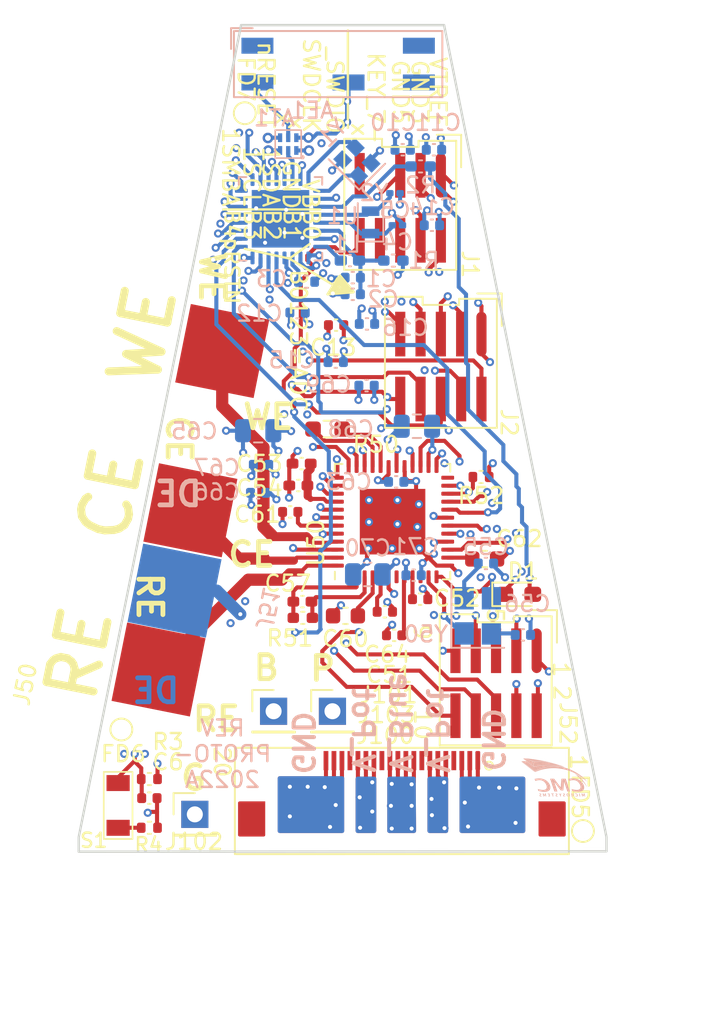
<source format=kicad_pcb>
(kicad_pcb (version 20211014) (generator pcbnew)
  (title_block (title "RatKit") (rev "RatKit2022_proA"))
  (layers (0 "F.Cu" signal "F.SIGpot1.Cu") (1 "In1.Cu" power "I.GND1.Cu") (2 "In2.Cu" signal "I.SIGpot2.Cu") (3 "In3.Cu" power "I.GND2.Cu") (4 "In4.Cu" power "I.PWRpot1.Cu") (5 "In5.Cu" power "I.PWRu.Cu") (6 "In6.Cu" power "I.GND3.Cu") (7 "In7.Cu" signal "I.SIGu2.Cu") (8 "In8.Cu" power "I.GND4.Cu") (31 "B.Cu" signal "B.SIGu1.Cu") (34 "B.Paste" user) (35 "F.Paste" user) (36 "B.SilkS" user "B.Silkscreen") (37 "F.SilkS" user "F.Silkscreen") (38 "B.Mask" user) (39 "F.Mask" user) (44 "Edge.Cuts" user))
  (net 0 "")
  (net 2 "/RatKit_Main/AE50")
  (net 3 "GND")
  (net 6 "/RatKit_Main/RF")
  (net 7 "/RatKit_Main/XTAL0_LS")
  (net 8 "/RatKit_Main/XTAL1_LS")
  (net 9 "/RatKit_Main/uRSTN")
  (net 10 "V_Blue")
  (net 11 "/RatKit_Main/VBias0")
  (net 12 "/RatKit_Main/VZero0")
  (net 13 "/RatKit_Main/LPF0")
  (net 14 "Net-(C55-Pad1)")
  (net 15 "Net-(C56-Pad1)")
  (net 16 "/RatKit_Main/RC0_0")
  (net 17 "/RatKit_Main/RC0_1")
  (net 18 "pVref_2V5")
  (net 19 "pVref_1V8")
  (net 20 "pDVDD_Reg_1V8")
  (net 21 "pVbias_Cap")
  (net 22 "pAVDD_Reg")
  (net 23 "V_Pot")
  (net 24 "Net-(D1-Pad2)")
  (net 25 "/RatKit_Main/uSWDIO")
  (net 26 "/RatKit_Main/uSWDCLK")
  (net 30 "/RatKit_Main/PB0_ADC_VINM1")
  (net 31 "/RatKit_Main/PB1_ADC_VINP1")
  (net 32 "/RatKit_Main/uI2C1_SDA")
  (net 33 "/RatKit_Main/PB2_ADC_VINM0")
  (net 34 "/RatKit_Main/uI2C1_SCL")
  (net 35 "/RatKit_Main/PB3_ADC_VINP0")
  (net 36 "/RatKit_Main/uI2C1_SMBA")
  (net 37 "/RatKit_Main/PB4_pRSTN")
  (net 42 "Net-(R2-Pad1)")
  (net 43 "Net-(R4-Pad1)")
  (net 44 "/RatKit_Main/RCAL0")
  (net 45 "/RatKit_Main/RCAL1")
  (net 46 "/RatKit_Main/SPI1_NSS")
  (net 47 "/RatKit_Main/SPI1_MISO")
  (net 48 "/RatKit_Main/SPI1_SCK")
  (net 49 "/RatKit_Main/SPI1_MOSI")
  (net 50 "/RatKit_Main/OSCOUT_HS")
  (net 51 "/RatKit_Main/OSCIN_HS")
  (net 52 "/RatKit_Main/INT_pIn_uACKOUT")
  (net 53 "/RatKit_Main/INT_pINTOUT_uIn")
  (net 54 "/RatKit_Main/INT_pACKOUT_uIn")
  (net 58 "/RatKit_Main/pXTAL1")
  (net 59 "/RatKit_Main/pXTAL0")
  (net 61 "/RatKit_Main/CE0")
  (net 62 "/RatKit_Main/RE0")
  (net 63 "/RatKit_Main/WE0")
  (net 64 "/RatKit_Main/E_AIN0")
  (net 65 "/RatKit_Main/E_AIN1")
  (net 66 "/RatKit_Main/E_AFE2")
  (net 67 "/RatKit_Main/E_AIN2")
  (net 68 "/RatKit_Main/E_AFE3")
  (net 69 "/RatKit_Main/E_AIN3")
  (net 70 "/RatKit_Main/E_AFE4")
  (net 71 "/RatKit_Main/E_AFE1")
  (net 72 "/RatKit_Main/L4SMPSb")
  (net 73 "/RatKit_Main/L4SMPSa")
  (net 74 "/RatKit_Main/uVCAP")
  (net 75 "/RatKit_Main/DE0")
  (footprint "CMC_Capacitor_SMD:C_0402_1005Metric" (layer "F.Cu") (at 92.8116 87.503)
    (fp_text reference "C64")
    (fp_text value "0.47u")
  )
  (footprint "CMC_Potentiostat:AD5941BCPZ_LFCSP-48-1EP_7x7mm_P0.5mm_EP4.1x4.1mm" (layer "F.Cu") (at 93.2958 81.8658 90)
    (fp_text reference "U50")
    (fp_text value "AD5941BCPZ")
  )
  (footprint "CMC_Fiducial:Pinning_NPTH_40mil" (layer "F.Cu") (at 84.0486 56.3118)
    (fp_text reference "FD7")
    (fp_text value "Pinning_NPTH_40mil")
  )
  (footprint "CMC_Conn:ProbePad_Magnetic_5x5mm" (layer "F.Cu") (at 80.645 81.153 78.69)
    (fp_text reference "J50")
    (fp_text value "Probe_Pad")
  )
  (footprint "CMC_Resistor_SMD:R_0402_1005Metric" (layer "F.Cu") (at 78.0796 97.9678 180)
    (fp_text reference "R3")
    (fp_text value "100K")
  )
  (footprint "CMC_Capacitor_SMD:C_0402_1005Metric_Pad0.74x0.62mm_HandSolder" (layer "F.Cu") (at 87.4014 79.6036 180)
    (fp_text reference "C54")
    (fp_text value "DNP")
  )
  (footprint "Connector_PinHeader_2.54mm:PinHeader_1x01_P2.54mm_Vertical" (layer "F.Cu") (at 80.9244 100.1776)
    (fp_text reference "J102")
    (fp_text value "Conn_01x01")
  )
  (footprint "CMC_Capacitor_SMD:C_0402_1005Metric" (layer "F.Cu") (at 93.3958 88.9762 180)
    (fp_text reference "C51")
    (fp_text value "0.1u")
  )
  (footprint "CMC_Conn:Conn_10pin_2rows_50milPitch" (layer "F.Cu") (at 99.7712 91.9734 180)
    (fp_text reference "J52")
    (fp_text value "DNP Conn_50mil_2row_10pin")
  )
  (footprint "CMC_Capacitor_SMD:C_0402_1005Metric_Pad0.74x0.62mm_HandSolder" (layer "F.Cu") (at 87.6554 86.868 180)
    (fp_text reference "C57")
    (fp_text value "220p")
  )
  (footprint "CMC_Conn:FTSH_10pin_2rows_50milPitch" (layer "F.Cu") (at 93.7768 62.23 180)
    (fp_text reference "J1")
    (fp_text value "Conn_ARM_JTAG_SWD_10pin")
  )
  (footprint "Connector_PinHeader_2.54mm:PinHeader_1x01_P2.54mm_Vertical" (layer "F.Cu") (at 89.535 93.726)
    (fp_text reference "J103")
    (fp_text value "Conn_01x01")
  )
  (footprint "CMC_Resistor_SMD:R_0402_1005Metric_Pad0.72x0.64mm_HandSolder" (layer "F.Cu") (at 87.6808 87.884 180)
    (fp_text reference "R51")
    (fp_text value "DNP")
  )
  (footprint "CMC_Capacitor_SMD:C_0603_1608Metric" (layer "F.Cu") (at 90.3478 87.757 180)
    (fp_text reference "C60")
    (fp_text value "4.7u")
  )
  (footprint "CMC_Capacitor_SMD:C_0402_1005Metric" (layer "F.Cu") (at 95.0214 86.7156)
    (fp_text reference "C52")
    (fp_text value "0.1u")
  )
  (footprint "CMC_Resistor_SMD:R_0402_1005Metric" (layer "F.Cu") (at 98.8314 79.0702 180)
    (fp_text reference "R52")
    (fp_text value "100K")
  )
  (footprint "CMC_Capacitor_SMD:C_0603_1608Metric" (layer "F.Cu") (at 99.06 84.201)
    (fp_text reference "C62")
    (fp_text value "4.7u")
  )
  (footprint "CMC_LED_SMD:LED_0603_1608Metric_Pad1.05x0.95mm_HandSolder" (layer "F.Cu") (at 101.1936 86.4108)
    (fp_text reference "D1")
    (fp_text value "ORANGE")
  )
  (footprint "Connector_PinHeader_2.54mm:PinHeader_1x01_P2.54mm_Vertical" (layer "F.Cu") (at 85.852 93.726)
    (fp_text reference "J101")
    (fp_text value "Conn_01x01")
  )
  (footprint "CMC_Button_Switch:CuK_NanoT_AS" (layer "F.Cu") (at 76.1238 99.6188 90)
    (fp_text reference "S1")
    (fp_text value "Switch_SPST_NO")
  )
  (footprint "CMC_Conn:Molex_EasyOn_FFCFPC_2004850020" (layer "F.Cu") (at 93.8784 96.2152)
    (fp_text reference "J100")
    (fp_text value "Conn_FPC_1row_20pin")
  )
  (footprint "CMC_Resistor_SMD:R_0402_1005Metric" (layer "F.Cu") (at 78.0796 101.0158)
    (fp_text reference "R4")
    (fp_text value "150")
  )
  (footprint "CMC_Resistor_SMD:R_0603_1608Metric_Pad0.98x0.95mm_HandSolder" (layer "F.Cu") (at 89.2302 76.073)
    (fp_text reference "R50")
    (fp_text value "10K DNP")
  )
  (footprint "CMC_Fiducial:Pinning_NPTH_40mil" (layer "F.Cu") (at 76.327 94.869)
    (fp_text reference "FD6")
    (fp_text value "Pinning_NPTH_40mil")
  )
  (footprint "CMC_Capacitor_SMD:C_0402_1005Metric_Pad0.74x0.62mm_HandSolder" (layer "F.Cu") (at 87.6046 78.232 180)
    (fp_text reference "C53")
    (fp_text value "0.22u")
  )
  (footprint "CMC_Capacitor_SMD:C_0402_1005Metric" (layer "F.Cu") (at 78.0796 99.1616)
    (fp_text reference "C6")
    (fp_text value "10n")
  )
  (footprint "CMC_Conn:BlueExp_10pin_2rows_50milPitch" (layer "F.Cu") (at 96.3168 72.1614 180)
    (fp_text reference "J2")
    (fp_text value "Conn_50mil_2row_10pin")
  )
  (footprint "CMC_Capacitor_SMD:C_0402_1005Metric" (layer "F.Cu") (at 89.7636 69.5706 180)
    (fp_text reference "C13")
    (fp_text value "100n")
  )
  (footprint "CMC_Capacitor_SMD:C_0402_1005Metric" (layer "F.Cu") (at 86.8934 81.2546 180)
    (fp_text reference "C61")
    (fp_text value "0.47u")
  )
  (footprint "CMC_Fiducial:Pinning_NPTH_40mil" (layer "F.Cu") (at 105.2068 101.219)
    (fp_text reference "FD5")
    (fp_text value "Pinning_NPTH_40mil")
  )
  (footprint "CMC_Conn:Pad_5x5mm" (layer "B.Cu") (at 79.6544 86.1822 78.69)
    (fp_text reference "J51")
    (fp_text value "SolderPad")
  )
  (footprint "CMC_Crystal:Crystal_SMD_3225-4Pin_3.2x2.5mm" (layer "B.Cu") (at 98.6282 87.757 90)
    (fp_text reference "Y50")
    (fp_text value "Crystal_4pin2GND")
  )
  (footprint "CMC_Capacitor_SMD:C_0402_1005Metric" (layer "B.Cu") (at 90.805 67.6402 180)
    (fp_text reference "C2")
    (fp_text value "0.1u")
  )
  (footprint "CMC_Capacitor_SMD:C_0402_1005Metric" (layer "B.Cu") (at 101.4476 88.9508)
    (fp_text reference "C56")
    (fp_text value "6.8p")
  )
  (footprint "CMC_MCU_ST_QFN_BlueNRG_LP:ST_BlueNRG_LP_QFN-32-1EP_5x5mm_P0.5mm_EP3.6x3.6mm" (layer "B.Cu") (at 86.2838 62.9158)
    (fp_text reference "U1")
    (fp_text value "BLUENRG_355AC")
  )
  (footprint "CMC_Capacitor_SMD:C_0402_1005Metric" (layer "B.Cu") (at 91.6686 73.3552 180)
    (fp_text reference "C69")
    (fp_text value "0.1u")
  )
  (footprint "CMC_Capacitor_SMD:C_0402_1005Metric" (layer "B.Cu") (at 94.6124 85.217)
    (fp_text reference "C71")
    (fp_text value "0.1u")
  )
  (footprint "CMC_Resistor_SMD:R_0402_1005Metric" (layer "B.Cu") (at 87.9094 66.8528)
    (fp_text reference "C3")
    (fp_text value "220n")
  )
  (footprint "CMC_Capacitor_SMD:C_0201_0603Metric" (layer "B.Cu") (at 93.599 63.3222)
    (fp_text reference "C4")
    (fp_text value "8.2p")
  )
  (footprint "CMC_Capacitor_SMD:C_0805_2012Metric" (layer "B.Cu") (at 94.8182 75.8952 180)
    (fp_text reference "C68")
    (fp_text value "10u")
  )
  (footprint "CMC_RF_Filters:JT_LPF_Bluetooth_2450LP14B100" (layer "B.Cu") (at 87.2744 58.5597)
    (fp_text reference "AT1")
    (fp_text value "2450LP14B100")
  )
  (footprint "CMC_Capacitor_SMD:C_0402_1005Metric" (layer "B.Cu") (at 87.3506 68.7832 180)
    (fp_text reference "C12")
    (fp_text value "100n")
  )
  (footprint "CMC_Inductor:L_SMD_0402_1005Metric_Pad0.77x0.64mm_HandSolder" (layer "B.Cu") (at 90.6272 65.532 180)
    (fp_text reference "L1")
    (fp_text value "22n")
  )
  (footprint "CMC_Resistor_SMD:R_0402_1005Metric_Pad0.72x0.64mm_HandSolder" (layer "B.Cu") (at 93.345 65.532)
    (fp_text reference "R1")
    (fp_text value "0")
  )
  (footprint "CMC_Capacitor_SMD:C_0402_1005Metric" (layer "B.Cu") (at 99.1362 84.4804)
    (fp_text reference "C55")
    (fp_text value "6.8p")
  )
  (footprint "CMC_Capacitor_SMD:C_0805_2012Metric" (layer "B.Cu") (at 84.8868 76.1746 180)
    (fp_text reference "C65")
    (fp_text value "10u")
  )
  (footprint "CMC_Capacitor_SMD:C_0402_1005Metric" (layer "B.Cu") (at 84.8868 80.0608 180)
    (fp_text reference "C66")
    (fp_text value "0.1u")
  )
  (footprint "CMC_Capacitor_SMD:C_0402_1005Metric" (layer "B.Cu") (at 95.758 63.3222 180)
    (fp_text reference "C14")
    (fp_text value "100n")
  )
  (footprint "CMC_Capacitor_SMD:C_0402_1005Metric" (layer "B.Cu") (at 93.9292 58.5978 180)
    (fp_text reference "C10")
    (fp_text value "100n")
  )
  (footprint "CMC_Antenna:RUFA_RT_A5887H" (layer "B.Cu") (at 94.9406 54.3884 180)
    (fp_text reference "AE1")
    (fp_text value "A5887H")
  )
  (footprint "CMC_Resistor_SMD:R_0402_1005Metric_Pad0.72x0.64mm_HandSolder" (layer "B.Cu") (at 95.0468 59.6392)
    (fp_text reference "R2")
    (fp_text value "402")
  )
  (footprint "CMC_Logo:CMC_White_Logo_180x110mil" (layer "B.Cu") (at 103.471595 97.865878 180)
    (fp_text reference "G10")
    (fp_text value "CMC_White_Logo_180x110mil" hide)
  )
  (footprint "CMC_Capacitor_SMD:C_0402_1005Metric" (layer "B.Cu") (at 89.7382 71.882 180)
    (fp_text reference "C15")
    (fp_text value "3p ")
  )
  (footprint "CMC_Capacitor_SMD:C_0402_1005Metric" (layer "B.Cu") (at 91.694 69.4944 180)
    (fp_text reference "C16")
    (fp_text value "3p ")
  )
  (footprint "CMC_Capacitor_SMD:C_0201_0603Metric" (layer "B.Cu") (at 93.4466 61.3156)
    (fp_text reference "C5")
    (fp_text value "8.2p")
  )
  (footprint "CMC_Capacitor_SMD:C_0402_1005Metric" (layer "B.Cu") (at 85.0646 78.3082 180)
    (fp_text reference "C67")
    (fp_text value "0.1u")
  )
  (footprint "Resistor_SMD:R_0805_2012Metric" (layer "B.Cu") (at 91.7448 85.1662 180)
    (fp_text reference "C70")
    (fp_text value "10u")
  )
  (footprint "CMC_Crystal:Crystal_SMD_2012-2Pin_2.0x1.2mm_sm" (layer "B.Cu") (at 92.81915 64.44095 90)
    (fp_text reference "Y2")
    (fp_text value "Crystal_2pin")
  )
  (footprint "CMC_Capacitor_SMD:C_0402_1005Metric" (layer "B.Cu") (at 93.5228 79.375)
    (fp_text reference "C63")
    (fp_text value "0.47u")
  )
  (footprint "CMC_Capacitor_SMD:C_0402_1005Metric" (layer "B.Cu") (at 90.805 66.5988 180)
    (fp_text reference "C1")
    (fp_text value "4.7u")
  )
  (footprint "CMC_Crystal:Crystal_SMD_2016-4Pin_2.0x1.6mm_sm" (layer "B.Cu") (at 91.064117 59.329934 135)
    (fp_text reference "Y1")
    (fp_text value "32MHz")
  )
  (footprint "CMC_Capacitor_SMD:C_0402_1005Metric" (layer "B.Cu") (at 95.885 58.5978 180)
    (fp_text reference "C11")
    (fp_text value "100n")
  )
  (gr_line (start 90.5002 67.5132) (end 89.8652 67.0052) (layer "F.SilkS") (width 0.15))
  (gr_line (start 86.8426 65.405) (end 88.1126 64.4906) (layer "F.SilkS") (width 0.15))
  (gr_line (start 89.8398 66.6496) (end 89.2302 67.6402) (layer "F.SilkS") (width 0.15))
  (gr_line (start 89.8652 67.0052) (end 89.535 67.4878) (layer "F.SilkS") (width 0.15))
  (gr_line (start 89.8398 66.929) (end 89.8398 67.2084) (layer "F.SilkS") (width 0.15))
  (gr_line (start 86.8426 65.405) (end 84.0486 64.7954) (layer "F.SilkS") (width 0.15))
  (gr_line (start 90.2716 67.4878) (end 89.8906 67.2338) (layer "F.SilkS") (width 0.15))
  (gr_line (start 82.7024 62.3316) (end 88.773 62.3316) (layer "F.SilkS") (width 0.15))
  (gr_line (start 89.8398 67.2084) (end 86.7918 65.3796) (layer "F.SilkS") (width 0.15))
  (gr_line (start 89.2302 67.6402) (end 90.8304 67.5132) (layer "F.SilkS") (width 0.15))
  (gr_line (start 90.5002 57.2262) (end 90.5002 51.1302) (layer "F.SilkS") (width 0.15))
  (gr_line (start 89.8398 66.802) (end 89.4334 67.564) (layer "F.SilkS") (width 0.15))
  (gr_line (start 89.916 66.548) (end 90.8558 67.4878) (layer "F.SilkS") (width 0.15))
  (gr_line (start 90.551 67.3862) (end 89.8398 66.929) (layer "F.SilkS") (width 0.15))
  (gr_line (start 90.7796 67.437) (end 89.8398 66.6496) (layer "F.SilkS") (width 0.15))
  (gr_line (start 89.4334 67.564) (end 90.5002 67.5132) (layer "F.SilkS") (width 0.15))
  (gr_line (start 90.8558 67.4878) (end 90.0176 66.4718) (layer "F.SilkS") (width 0.15))
  (gr_line (start 89.8906 67.2338) (end 89.7636 67.3608) (layer "F.SilkS") (width 0.15))
  (gr_line (start 89.9414 67.437) (end 90.551 67.3862) (layer "F.SilkS") (width 0.15))
  (gr_line (start 90.8304 67.5132) (end 89.8398 66.802) (layer "F.SilkS") (width 0.15))
  (gr_line (start 89.7636 67.3608) (end 89.9414 67.437) (layer "F.SilkS") (width 0.15))
  (gr_line (start 89.535 67.4878) (end 90.2716 67.4878) (layer "F.SilkS") (width 0.15))
  (gr_poly (pts (xy 106.68 101.6) (xy 106.68 102.489) (xy 73.66 102.5144) (xy 73.66 101.6) (xy 83.82 50.8) (xy 96.52 50.8)) (layer "Edge.Cuts") (width 0.15) (fill none))
  (gr_text "DE" (at 78.486 92.456) (layer "B.Cu") (effects (font (size 1.5 1.5) (thickness 0.3)) (justify mirror)))
  (gr_text "REV\nPROTO-\n2022A" (at 82.6516 96.393) (layer "B.SilkS") (effects (font (size 1 1)) (justify mirror)))
  (gr_text "V_Pot" (at 96.0882 94.9452 270) (layer "B.SilkS") (effects (font (size 1.27 1.27) (thickness 0.254)) (justify mirror)))
  (gr_text "DE" (at 79.883 80.137) (layer "B.SilkS") (effects (font (size 1.5 1.5) (thickness 0.3)) (justify mirror)))
  (gr_text "V_Blue" (at 93.7768 94.4372 270) (layer "B.SilkS") (effects (font (size 1.27 1.27) (thickness 0.254)) (justify mirror)))
  (gr_text "GND" (at 99.568 95.504 270) (layer "B.SilkS") (effects (font (size 1.27 1.27) (thickness 0.254)) (justify mirror)))
  (gr_text "GND" (at 87.6808 95.7072 270) (layer "B.SilkS") (effects (font (size 1.27 1.27) (thickness 0.254)) (justify mirror)))
  (gr_text "V_Pot" (at 91.44 94.9198 270) (layer "B.SilkS") (effects (font (size 1.27 1.27) (thickness 0.254)) (justify mirror)))
  (gr_text "B0123=ADC" (at 87.4014 70.5358 270) (layer "F.SilkS") (effects (font (size 1 1))))
  (gr_text "B" (at 85.3948 91.0082) (layer "F.SilkS") (effects (font (size 1.5 1.5) (thickness 0.3))))
  (gr_text "CE" (at 79.9338 76.6826 270) (layer "F.SilkS") (effects (font (size 1.5 1.5) (thickness 0.3))))
  (gr_text "CE" (at 84.4804 83.9216) (layer "F.SilkS") (effects (font (size 1.5 1.5) (thickness 0.3))))
  (gr_text "RE" (at 78.105 86.5378 270) (layer "F.SilkS") (effects (font (size 1.5 1.5) (thickness 0.3))))
  (gr_text "WE" (at 82.0166 66.5734 270) (layer "F.SilkS") (effects (font (size 1.5 1.5) (thickness 0.3))))
  (gr_text "RE" (at 82.2706 94.2086) (layer "F.SilkS") (effects (font (size 1.5 1.5) (thickness 0.3))))
  (gr_text "WE" (at 85.5218 75.311) (layer "F.SilkS") (effects (font (size 1.5 1.5) (thickness 0.3))))
  (gr_text "P" (at 88.9254 91.059) (layer "F.SilkS") (effects (font (size 1.5 1.5) (thickness 0.3))))
  (gr_text "G" (at 80.8482 97.8916) (layer "F.SilkS") (effects (font (size 1.5 1.5) (thickness 0.3))))
  (segment (start 86.7664 56.9976) (end 84.840597 55.071797) (width 0.254) (layer "B.Cu") (net 2))
  (segment (start 86.7664 57.842912) (end 86.7664 56.9976) (width 0.254) (layer "B.Cu") (net 2))
  (segment (start 84.840597 55.071797) (end 84.840597 54.38841) (width 0.254) (layer "B.Cu") (net 2))
  (segment (start 78.5596 99.1616) (end 78.5596 100.0226) (width 0.254) (layer "F.Cu") (net 3))
  (segment (start 78.5596 100.0226) (end 78.5596 100.9858) (width 0.254) (layer "F.Cu") (net 3))
  (segment (start 96.9348 84.6158) (end 97.409 85.09) (width 0.254) (layer "F.Cu") (net 3))
  (segment (start 90.1284 96.8152) (end 90.1284 97.9078) (width 0.254) (layer "F.Cu") (net 3))
  (segment (start 89.8458 82.6158) (end 88.9612 82.6158) (width 0.254) (layer "F.Cu") (net 3))
  (segment (start 96.0458 77.9442) (end 96.393 77.597) (width 0.254) (layer "F.Cu") (net 3))
  (segment (start 90.1284 97.9078) (end 89.8906 98.1456) (width 0.254) (layer "F.Cu") (net 3))
  (segment (start 89.5728 87.757) (end 89.5728 87.5922) (width 0.254) (layer "F.Cu") (net 3))
  (segment (start 87.0371 77.7549) (end 87.3506 77.4414) (width 0.254) (layer "F.Cu") (net 3))
  (segment (start 96.7458 84.6158) (end 96.9348 84.6158) (width 0.254) (layer "F.Cu") (net 3))
  (segment (start 97.8154 98.3996) (end 97.8154 98.806) (width 0.254) (layer "F.Cu") (net 3))
  (segment (start 98.6284 96.8152) (end 98.6284 98.0438) (width 0.254) (layer "F.Cu") (net 3))
  (segment (start 94.0562 78.737198) (end 94.0562 79.0956) (width 0.254) (layer "F.Cu") (net 3))
  (segment (start 94.7674 80.3942) (end 93.2958 81.8658) (width 0.254) (layer "F.Cu") (net 3))
  (segment (start 95.6818 84.074) (end 95.6818 84.2518) (width 0.254) (layer "F.Cu") (net 3))
  (segment (start 86.8339 79.6036) (end 86.8339 80.3489) (width 0.254) (layer "F.Cu") (net 3))
  (segment (start 89.8906 99.441) (end 89.7382 99.5934) (width 0.254) (layer "F.Cu") (net 3))
  (segment (start 90.1284 97.9078) (end 89.5604 98.4758) (width 0.254) (layer "F.Cu") (net 3))
  (segment (start 96.0458 84.6158) (end 95.6818 84.2518) (width 0.254) (layer "F.Cu") (net 3))
  (segment (start 95.504 84.1248) (end 95.5548 84.1248) (width 0.254) (layer "F.Cu") (net 3))
  (segment (start 78.5596 100.9858) (end 78.5896 101.0158) (width 0.254) (layer "F.Cu") (net 3))
  (segment (start 97.6284 96.8152) (end 97.6284 98.1548) (width 0.254) (layer "F.Cu") (net 3))
  (segment (start 98.6284 98.0438) (end 98.7044 98.1198) (width 0.254) (layer "F.Cu") (net 3))
  (segment (start 95.5014 86.380333) (end 95.184885 86.063818) (width 0.254) (layer "F.Cu") (net 3))
  (segment (start 86.8339 80.3489) (end 86.8172 80.3656) (width 0.254) (layer "F.Cu") (net 3))
  (segment (start 94.0458 78.726798) (end 94.0562 78.737198) (width 0.254) (layer "F.Cu") (net 3))
  (segment (start 98.1284 98.0866) (end 97.8154 98.3996) (width 0.254) (layer "F.Cu") (net 3))
  (segment (start 97.8154 98.3418) (end 97.8154 98.806) (width 0.254) (layer "F.Cu") (net 3))
  (segment (start 95.0468 60.198) (end 95.0468 60.9854) (width 0.254) (layer "F.Cu") (net 3))
  (segment (start 98.1284 96.8152) (end 98.1284 98.0866) (width 0.254) (layer "F.Cu") (net 3))
  (segment (start 91.693011 83.617789) (end 91.7702 83.5406) (width 0.254) (layer "F.Cu") (net 3))
  (segment (start 94.2848 79.3242) (end 94.7674 79.3242) (width 0.254) (layer "F.Cu") (net 3))
  (segment (start 93.2916 87.221) (end 92.964 86.8934) (width 0.254) (layer "F.Cu") (net 3))
  (segment (start 89.6366 97.9678) (end 89.1286 98.4758) (width 0.254) (layer "F.Cu") (net 3))
  (segment (start 89.1284 96.8152) (end 89.1284 98.3998) (width 0.254) (layer "F.Cu") (net 3))
  (segment (start 91.693011 84.3788) (end 91.693011 83.617789) (width 0.254) (layer "F.Cu") (net 3))
  (segment (start 96.7458 84.6158) (end 96.0458 84.6158) (width 0.254) (layer "F.Cu") (net 3))
  (segment (start 101.0412 89.9414) (end 101.0412 87.9602) (width 0.254) (layer "F.Cu") (net 3))
  (segment (start 89.6284 96.8152) (end 89.6284 97.9596) (width 0.254) (layer "F.Cu") (net 3))
  (segment (start 100.3186 86.1682) (end 100.9904 85.4964) (width 0.254) (layer "F.Cu") (net 3))
  (segment (start 95.5014 86.7156) (end 95.5014 86.380333) (width 0.254) (layer "F.Cu") (net 3))
  (segment (start 96.0458 78.4158) (end 96.0458 77.9442) (width 0.254) (layer "F.Cu") (net 3))
  (segment (start 87.0371 78.232) (end 87.0371 78.3169) (width 0.254) (layer "F.Cu") (net 3))
  (segment (start 94.7674 79.3242) (end 94.7674 80.3942) (width 0.254) (layer "F.Cu") (net 3))
  (segment (start 89.1286 98.4758) (end 89.0524 98.4758) (width 0.254) (layer "F.Cu") (net 3))
  (segment (start 97.5868 68.834) (end 97.0788 68.326) (width 0.254) (layer "F.Cu") (net 3))
  (segment (start 89.2836 69.5706) (end 89.2836 70.203) (width 0.254) (layer "F.Cu") (net 3))
  (segment (start 93.2916 87.503) (end 93.2916 87.221) (width 0.254) (layer "F.Cu") (net 3))
  (segment (start 89.8906 98.1456) (end 89.8906 99.441) (width 0.254) (layer "F.Cu") (net 3))
  (segment (start 78.0314 100.0226) (end 77.978 100.076) (width 0.254) (layer "F.Cu") (net 3))
  (segment (start 86.4134 81.2546) (end 86.4134 82.0145) (width 0.254) (layer "F.Cu") (net 3))
  (segment (start 93.7768 60.198) (end 93.6752 60.198) (width 0.254) (layer "F.Cu") (net 3))
  (segment (start 99.835 84.201) (end 100.1268 84.201) (width 0.254) (layer "F.Cu") (net 3))
  (segment (start 97.8154 98.806) (end 97.8154 99.441) (width 0.254) (layer "F.Cu") (net 3))
  (segment (start 95.0468 60.9854) (end 95.6818 61.6204) (width 0.254) (layer "F.Cu") (net 3))
  (segment (start 86.8339 78.5201) (end 86.8339 79.6036) (width 0.254) (layer "F.Cu") (net 3))
  (segment (start 96.7458 79.6158) (end 97.5285 79.6158) (width 0.254) (layer "F.Cu") (net 3))
  (segment (start 89.1284 98.3998) (end 89.0524 98.4758) (width 0.254) (layer "F.Cu") (net 3))
  (segment (start 95.885 83.8708) (end 95.6818 84.074) (width 0.254) (layer "F.Cu") (net 3))
  (segment (start 101.0412 87.9602) (end 101.0666 87.9348) (width 0.254) (layer "F.Cu") (net 3))
  (segment (start 88.55 81.6158) (end 88.519 81.5848) (width 0.254) (layer "F.Cu") (net 3))
  (segment (start 95.1738 84.455) (end 95.504 84.1248) (width 0.254) (layer "F.Cu") (net 3))
  (segment (start 89.2836 70.203) (end 89.2048 70.2818) (width 0.254) (layer "F.Cu") (net 3))
  (segment (start 92.9158 88.9762) (end 92.9158 88.6688) (width 0.254) (layer "F.Cu") (net 3))
  (segment (start 87.0371 78.3169) (end 86.8339 78.5201) (width 0.254) (layer "F.Cu") (net 3))
  (segment (start 97.5285 79.6158) (end 97.536 79.6083) (width 0.254) (layer "F.Cu") (net 3))
  (segment (start 95.5548 84.1248) (end 93.2958 81.8658) (width 0.254) (layer "F.Cu") (net 3))
  (segment (start 94.0562 79.0956) (end 94.2848 79.3242) (width 0.254) (layer "F.Cu") (net 3))
  (segment (start 98.7044 98.1198) (end 98.7044 98.5012) (width 0.254) (layer "F.Cu") (net 3))
  (segment (start 89.8458 81.6158) (end 88.55 81.6158) (width 0.254) (layer "F.Cu") (net 3))
  (segment (start 93.6752 60.198) (end 92.329 61.5442) (width 0.254) (layer "F.Cu") (net 3))
  (segment (start 97.6284 98.1548) (end 97.8154 98.3418) (width 0.254) (layer "F.Cu") (net 3))
  (segment (start 92.9158 88.6688) (end 93.2688 88.3158) (width 0.254) (layer "F.Cu") (net 3))
  (segment (start 94.0458 78.4158) (end 94.0458 78.726798) (width 0.254) (layer "F.Cu") (net 3))
  (segment (start 100.3186 86.4108) (end 100.3186 86.1682) (width 0.254) (layer "F.Cu") (net 3))
  (segment (start 89.5604 98.4758) (end 89.0524 98.4758) (width 0.254) (layer "F.Cu") (net 3))
  (segment (start 89.5728 87.5922) (end 90.0689 87.0961) (width 0.254) (layer "F.Cu") (net 3))
  (segment (start 97.5868 70.1294) (end 97.5868 68.834) (width 0.254) (layer "F.Cu") (net 3))
  (segment (start 88.9612 82.6158) (end 88.9254 82.6516) (width 0.254) (layer "F.Cu") (net 3))
  (segment (start 87.0371 78.232) (end 87.0371 77.7549) (width 0.254) (layer "F.Cu") (net 3))
  (segment (start 78.5596 100.0226) (end 78.0314 100.0226) (width 0.254) (layer "F.Cu") (net 3))
  (segment (start 95.6818 84.2518) (end 95.5548 84.1248) (width 0.254) (layer "F.Cu") (net 3))
  (segment (start 100.1268 84.201) (end 100.6348 83.693) (width 0.254) (layer "F.Cu") (net 3))
  (segment (start 89.6284 97.9596) (end 89.6366 97.9678) (width 0.254) (layer "F.Cu") (net 3))
  (segment (start 86.4134 82.0145) (end 86.4108 82.0171) (width 0.254) (layer "F.Cu") (net 3))
  (via (at 96.2152 66.2432) (size 0.508) (drill 0.254) (layers "F.Cu" "B.Cu") (net 3))
  (via (at 86.868 98.4504) (size 0.508) (drill 0.254) (layers "F.Cu" "B.Cu") (net 3))
  (via (at 89.7382 99.5934) (size 0.508) (drill 0.254) (layers "F.Cu" "B.Cu") (net 3))
  (via (at 89.154 71.0438) (size 0.508) (drill 0.254) (layers "F.Cu" "B.Cu") (net 3))
  (via (at 96.5454 78.2066) (size 0.508) (drill 0.254) (layers "F.Cu" "B.Cu") (net 3))
  (via (at 101.3714 84.9884) (size 0.508) (drill 0.254) (layers "F.Cu" "B.Cu") (net 3))
  (via (at 86.868 100.3046) (size 0.508) (drill 0.254) (layers "F.Cu" "B.Cu") (net 3))
  (via (at 95.3008 72.39) (size 0.508) (drill 0.254) (layers "F.Cu" "B.Cu") (net 3))
  (via (at 84.7598 62.2554) (size 0.508) (drill 0.254) (layers "F.Cu" "B.Cu") (net 3))
  (via (at 100.9904 85.4964) (size 0.508) (drill 0.254) (layers "F.Cu" "B.Cu") (net 3))
  (via (at 93.2688 83.5406) (size 0.508) (drill 0.254) (layers "F.Cu" "B.Cu") (net 3))
  (via (at 98.171 82.6516) (size 0.508) (drill 0.254) (layers "F.Cu" "B.Cu") (net 3))
  (via (at 88.9254 82.6516) (size 0.508) (drill 0.254) (layers "F.Cu" "B.Cu") (net 3))
  (via (at 95.377 57.8104) (size 0.508) (drill 0.254) (layers "F.Cu" "B.Cu") (net 3))
  (via (at 86.8172 80.3656) (size 0.508) (drill 0.254) (layers "F.Cu" "B.Cu") (net 3))
  (via (at 83.947 77.5462) (size 0.508) (drill 0.254) (layers "F.Cu" "B.Cu") (net 3))
  (via (at 85.4964 57.8612) (size 0.6604) (drill 0.3556) (layers "F.Cu" "B.Cu") (net 3))
  (via (at 98.7044 98.5012) (size 0.508) (drill 0.254) (layers "F.Cu" "B.Cu") (net 3))
  (via (at 94.7674 79.3242) (size 0.508) (drill 0.254) (layers "F.Cu" "B.Cu") (net 3))
  (via (at 95.457582 62.389182) (size 0.508) (drill 0.254) (layers "F.Cu" "B.Cu") (net 3))
  (via (at 98.806 85.344) (size 0.508) (drill 0.254) (layers "F.Cu" "B.Cu") (net 3))
  (via (at 87.6554 64.1096) (size 0.508) (drill 0.254) (layers "F.Cu" "B.Cu") (net 3))
  (via (at 93.599 80.518) (size 0.508) (drill 0.254) (layers "F.Cu" "B.Cu") (net 3))
  (via (at 88.0618 58.6486) (size 0.6604) (drill 0.3556) (layers "F.Cu" "B.Cu") (net 3))
  (via (at 92.329 61.5442) (size 0.508) (drill 0.254) (layers "F.Cu" "B.Cu") (net 3))
  (via (at 90.4494 56.8706) (size 0.508) (drill 0.254) (layers "F.Cu" "B.Cu") (net 3))
  (via (at 95.885 83.8708) (size 0.508) (drill 0.254) (layers "F.Cu" "B.Cu") (net 3))
  (via (at 98.0186 100.9396) (size 0.508) (drill 0.254) (layers "F.Cu" "B.Cu") (net 3))
  (via (at 83.693 57.531) (size 0.508) (drill 0.254) (layers "F.Cu" "B.Cu") (net 3))
  (via (at 85.5218 58.6486) (size 0.6604) (drill 0.3556) (layers "F.Cu" "B.Cu") (net 3))
  (via (at 87.9856 98.4504) (size 0.508) (drill 0.254) (layers "F.Cu" "B.Cu") (net 3))
  (via (at 84.074 86.8426) (size 0.508) (drill 0.254) (layers "F.Cu" "B.Cu") (net 3))
  (via (at 87.6554 62.611) (size 0.508) (drill 0.254) (layers "F.Cu" "B.Cu") (net 3))
  (via (at 86.5124 75.1332) (size 0.508) (drill 0.254) (layers "F.Cu" "B.Cu") (net 3))
  (via (at 97.8154 99.441) (size 0.508) (drill 0.254) (layers "F.Cu" "B.Cu") (net 3))
  (via (at 91.7702 83.5406) (size 0.508) (drill 0.254) (layers "F.Cu" "B.Cu") (net 3))
  (via (at 90.0689 87.0961) (size 0.508) (drill 0.254) (layers "F.Cu" "B.Cu") (net 3))
  (via (at 91.693011 84.3788) (size 0.508) (drill 0.254) (layers "F.Cu" "B.Cu") (net 3))
  (via (at 86.4108 82.0171) (size 0.508) (drill 0.254) (layers "F.Cu" "B.Cu") (net 3))
  (via (at 101.8286 87.9348) (size 0.508) (drill 0.254) (layers "F.Cu" "B.Cu") (net 3))
  (via (at 88.9508 66.3194) (size 0.508) (drill 0.254) (layers "F.Cu" "B.Cu") (net 3))
  (via (at 82.5246 63.2206) (size 0.508) (drill 0.254) (layers "F.Cu" "B.Cu") (net 3))
  (via (at 92.9894 76.7334) (size 0.508) (drill 0.254) (layers "F.Cu" "B.Cu") (net 3))
  (via (at 87.6808 71.2216) (size 0.508) (drill 0.254) (layers "F.Cu" "B.Cu") (net 3))
  (via (at 95.885 87.7062) (size 0.508) (drill 0.254) (layers "F.Cu" "B.Cu") (net 3))
  (via (at 97.0788 68.326) (size 0.508) (drill 0.254) (layers "F.Cu" "B.Cu") (net 3))
  (via (at 100.9904 100.711) (size 0.508) (drill 0.254) (layers "F.Cu" "B.Cu") (net 3))
  (via (at 93.2688 88.3158) (size 0.508) (drill 0.254) (layers "F.Cu" "B.Cu") (net 3))
  (via (at 94.9452 80.772) (size 0.508) (drill 0.254) (layers "F.Cu" "B.Cu") (net 3))
  (via (at 84.4555 79.0194) (size 0.508) (drill 0.254) (layers "F.Cu" "B.Cu") (net 3))
  (via (at 89.4588 66.6496) (size 0.508) (drill 0.254) (layers "F.Cu" "B.Cu") (net 3))
  (via (at 99.5172 80.6958) (size 0.508) (drill 0.254) (layers "F.Cu" "B.Cu") (net 3))
  (via (at 92.5068 58.6486) (size 0.508) (drill 0.254) (layers "F.Cu" "B.Cu") (net 3))
  (via (at 85.598 67.9704) (size 0.508) (drill 0.254) (layers "F.Cu" "B.Cu") (net 3))
  (via (at 91.1606 74.246965) (size 0.508) (drill 0.254) (layers "F.Cu" "B.Cu") (net 3))
  (via (at 89.662 64.1858) (size 0.508) (drill 0.254) (layers "F.Cu" "B.Cu") (net 3))
  (via (at 97.282 87.757) (size 0.508) (drill 0.254) (layers "F.Cu" "B.Cu") (net 3))
  (via (at 88.0364 57.8358) (size 0.6604) (drill 0.3556) (layers "F.Cu" "B.Cu") (net 3))
  (via (at 95.6818 61.6204) (size 0.508) (drill 0.254) (layers "F.Cu" "B.Cu") (net 3))
  (via (at 89.2048 70.2818) (size 0.508) (drill 0.254) (layers "F.Cu" "B.Cu") (net 3))
  (via (at 87.3506 77.4414) (size 0.508) (drill 0.254) (layers "F.Cu" "B.Cu") (net 3))
  (via (at 83.9724 66.7766) (size 0.508) (drill 0.254) (layers "F.Cu" "B.Cu") (net 3))
  (via (at 93.4974 57.6834) (size 0.508) (drill 0.254) (layers "F.Cu" "B.Cu") (net 3))
  (via (at 82.8802 76.1746) (size 0.508) (drill 0.254) (layers "F.Cu" "B.Cu") (net 3))
  (via (at 101.0158 82.5754) (size 0.508) (drill 0.254) (layers "F.Cu" "B.Cu") (net 3))
  (via (at 89.3826 100.965) (size 0.508) (drill 0.254) (layers "F.Cu" "B.Cu") (net 3))
  (via (at 99.822 82.3214) (size 0.508) (drill 0.254) (layers "F.Cu" "B.Cu") (net 3))
  (via (at 85.3186 64.4144) (size 0.508) (drill 0.254) (layers "F.Cu" "B.Cu") (net 3))
  (via (at 83.5152 58.4962) (size 0.508) (drill 0.254) (layers "F.Cu" "B.Cu") (net 3))
  (via (at 100.33 85.344) (size 0.508) (drill 0.254) (layers "F.Cu" "B.Cu") (net 3))
  (via (at 86.5378 63.7794) (size 0.508) (drill 0.254) (layers "F.Cu" "B.Cu") (net 3))
  (via (at 93.599 82.0166) (size 0.508) (drill 0.254) (layers "F.Cu" "B.Cu") (net 3))
  (via (at 86.741 66.929) (size 0.508) (drill 0.254) (layers "F.Cu" "B.Cu") (net 3))
  (via (at 93.7514 62.0268) (size 0.508) (drill 0.254) (layers "F.Cu" "B.Cu") (net 3))
  (via (at 91.367057 68.525943) (size 0.508) (drill 0.254) (layers "F.Cu" "B.Cu") (net 3))
  (via (at 82.0674 65.4812) (size 0.508) (drill 0.254) (layers "F.Cu" "B.Cu") (net 3))
  (via (at 89.0524 98.4758) (size 0.508) (drill 0.254) (layers "F.Cu" "B.Cu") (net 3))
  (via (at 91.821 80.518) (size 0.508) (drill 0.254) (layers "F.Cu" "B.Cu") (net 3))
  (via (at 87.9602 75.1586) (size 0.508) (drill 0.254) (layers "F.Cu" "B.Cu") (net 3))
  (via (at 90.4494 55.5752) (size 0.508) (drill 0.254) (layers "F.Cu" "B.Cu") (net 3))
  (via (at 77.8002 96.393) (size 0.508) (drill 0.254) (layers "F.Cu" "B.Cu") (net 3))
  (via (at 96.393 77.597) (size 0.508) (drill 0.254) (layers "F.Cu" "B.Cu") (net 3))
  (via (at 77.978 100.076) (size 0.508) (drill 0.254) (layers "F.Cu" "B.Cu") (net 3))
  (via (at 92.8116 68.0974) (size 0.508) (drill 0.254) (layers "F.Cu" "B.Cu") (net 3))
  (via (at 97.536 79.6083) (size 0.508) (drill 0.254) (layers "F.Cu" "B.Cu") (net 3))
  (via (at 92.964 86.8934) (size 0.508) (drill 0.254) (layers "F.Cu" "B.Cu") (net 3))
  (via (at 93.253541 62.544931) (size 0.508) (drill 0.254) (layers "F.Cu" "B.Cu") (net 3))
  (via (at 101.0666 87.9348) (size 0.508) (drill 0.254) (layers "F.Cu" "B.Cu") (net 3))
  (via (at 89.5096 59.8932) (size 0.508) (drill 0.254) (layers "F.Cu" "B.Cu") (net 3))
  (via (at 84.455 80.8228) (size 0.508) (drill 0.254) (layers "F.Cu" "B.Cu") (net 3))
  (via (at 92.583 76.0222) (size 0.508) (drill 0.254) (layers "F.Cu" "B.Cu") (net 3))
  (via (at 89.154 65.6844) (size 0.508) (drill 0.254) (layers "F.Cu" "B.Cu") (net 3))
  (via (at 86.6394 62.357) (size 0.508) (drill 0.254) (layers "F.Cu" "B.Cu") (net 3))
  (via (at 95.184885 86.063818) (size 0.508) (drill 0.254) (layers "F.Cu" "B.Cu") (net 3))
  (via (at 100.6348 83.693) (size 0.508) (drill 0.254) (layers "F.Cu" "B.Cu") (net 3))
  (via (at 99.967212 98.506573) (size 0.508) (drill 0.254) (layers "F.Cu" "B.Cu") (net 3))
  (via (at 89.5604 67.5894) (size 0.508) (drill 0.254) (layers "F.Cu" "B.Cu") (net 3))
  (via (at 95.1738 84.455) (size 0.508) (drill 0.254) (layers "F.Cu" "B.Cu") (net 3))
  (via (at 88.011 73.5076) (size 0.508) (drill 0.254) (layers "F.Cu" "B.Cu") (net 3))
  (via (at 97.409 85.09) (size 0.508) (drill 0.254) (layers "F.Cu" "B.Cu") (net 3))
  (via (at 88.519 81.5848) (size 0.508) (drill 0.254) (layers "F.Cu" "B.Cu") (net 3))
  (via (at 94.8436 82.1944) (size 0.508) (drill 0.254) (layers "F.Cu" "B.Cu") (net 3))
  (via (at 86.9442 69.5706) (size 0.508) (drill 0.254) (layers "F.Cu" "B.Cu") (net 3))
  (via (at 83.1596 88.2142) (size 0.508) (drill 0.254) (layers "F.Cu" "B.Cu") (net 3))
  (via (at 88.8492 58.1914) (size 0.508) (drill 0.254) (layers "F.Cu" "B.Cu") (net 3))
  (via (at 101.0412 98.552) (size 0.508) (drill 0.254) (layers "F.Cu" "B.Cu") (net 3))
  (via (at 76.5048 96.393) (size 0.508) (drill 0.254) (layers "F.Cu" "B.Cu") (net 3))
  (via (at 93.853 68.0974) (size 0.508) (drill 0.254) (layers "F.Cu" "B.Cu") (net 3))
  (via (at 94.9706 83.5406) (size 0.508) (drill 0.254) (layers "F.Cu" "B.Cu") (net 3))
  (via (at 91.821 81.8896) (size 0.508) (drill 0.254) (layers "F.Cu" "B.Cu") (net 3))
  (segment (start 83.9368 76.1746) (end 82.8802 76.1746) (width 0.254) (layer "B.Cu") (net 3))
  (segment (start 90.5406 55.484) (end 90.4494 55.5752) (width 0.254) (layer "B.Cu") (net 3))
  (segment (start 90.905611 85.1662) (end 91.693011 84.3788) (width 0.254) (layer "B.Cu") (net 3))
  (segment (start 90.5406 54.3884) (end 90.5406 55.484) (width 0.254) (layer "B.Cu") (net 3))
  (segment (start 83.9368 77.536) (end 83.947 77.5462) (width 0.254) (layer "B.Cu") (net 3))
  (segment (start 88.054688 58.641488) (end 88.0618 58.6486) (width 0.254) (layer "B.Cu") (net 3))
  (segment (start 101.9276 88.9508) (end 101.9276 88.0338) (width 0.254) (layer "B.Cu") (net 3))
  (segment (start 84.4068 80.7746) (end 84.455 80.8228) (width 0.254) (layer "B.Cu") (net 3))
  (segment (start 84.5846 78.3082) (end 84.5846 78.8903) (width 0.254) (layer "B.Cu") (net 3))
  (segment (start 91.214 69.4944) (end 91.214 68.679) (width 0.254) (layer "B.Cu") (net 3))
  (segment (start 95.0924 84.5364) (end 95.1738 84.455) (width 0.254) (layer "B.Cu") (net 3))
  (segment (start 89.2582 71.882) (end 89.2582 71.148) (width 0.254) (layer "B.Cu") (net 3))
  (segment (start 89.2582 71.148) (end 89.154 71.0438) (width 0.254) (layer "B.Cu") (net 3))
  (segment (start 101.9276 88.0338) (end 101.8286 87.9348) (width 0.254) (layer "B.Cu") (net 3))
  (segment (start 91.1886 73.3552) (end 91.1886 74.218965) (width 0.254) (layer "B.Cu") (net 3))
  (segment (start 93.8276 75.8952) (end 92.9894 76.7334) (width 0.254) (layer "B.Cu") (net 3))
  (segment (start 87.2744 58.641488) (end 88.054688 58.641488) (width 0.254) (layer "B.Cu") (net 3))
  (segment (start 93.4492 57.7316) (end 93.4974 57.6834) (width 0.254) (layer "B.Cu") (net 3))
  (segment (start 90.8323 85.1662) (end 90.905611 85.1662) (width 0.254) (layer "B.Cu") (net 3))
  (segment (start 86.8706 69.497) (end 86.9442 69.5706) (width 0.254) (layer "B.Cu") (net 3))
  (segment (start 86.2584 58.641488) (end 85.528912 58.641488) (width 0.254) (layer "B.Cu") (net 3))
  (segment (start 84.5846 78.8903) (end 84.4555 79.0194) (width 0.254) (layer "B.Cu") (net 3))
  (segment (start 93.7666 61.3156) (end 93.7666 62.0116) (width 0.254) (layer "B.Cu") (net 3))
  (segment (start 88.7338 64.1658) (end 89.642 64.1658) (width 0.254) (layer "B.Cu") (net 3))
  (segment (start 95.278 63.3222) (end 95.278 62.568764) (width 0.254) (layer "B.Cu") (net 3))
  (segment (start 90.180234 59.223868) (end 90.178932 59.223868) (width 0.254) (layer "B.Cu") (net 3))
  (segment (start 87.2744 57.842912) (end 88.029288 57.842912) (width 0.254) (layer "B.Cu") (net 3))
  (segment (start 88.4194 66.8528) (end 88.4194 66.8508) (width 0.254) (layer "B.Cu") (net 3))
  (segment (start 91.948 59.436) (end 91.948 59.2074) (width 0.254) (layer "B.Cu") (net 3))
  (segment (start 95.405 58.5978) (end 95.405 57.8384) (width 0.254) (layer "B.Cu") (net 3))
  (segment (start 95.0924 85.217) (end 95.0924 84.5364) (width 0.254) (layer "B.Cu") (net 3))
  (segment (start 93.919 63.3222) (end 93.919 63.21039) (width 0.254) (layer "B.Cu") (net 3))
  (segment (start 99.6162 84.6302) (end 100.33 85.344) (width 0.254) (layer "B.Cu") (net 3))
  (segment (start 91.214 68.679) (end 91.367057 68.525943) (width 0.254) (layer "B.Cu") (net 3))
  (segment (start 93.8682 75.8952) (end 93.8276 75.8952) (width 0.254) (layer "B.Cu") (net 3))
  (segment (start 85.514688 57.842912) (end 85.4964 57.8612) (width 0.254) (layer "B.Cu") (net 3))
  (segment (start 89.6112 67.6402) (end 89.5604 67.5894) (width 0.254) (layer "B.Cu") (net 3))
  (segment (start 90.4494 55.5752) (end 90.4494 56.8706) (width 0.254) (layer "B.Cu") (net 3))
  (segment (start 94.0028 79.375) (end 94.7166 79.375) (width 0.254) (layer "B.Cu") (net 3))
  (segment (start 90.325 66.5988) (end 89.5096 66.5988) (width 0.254) (layer "B.Cu") (net 3))
  (segment (start 90.178932 59.223868) (end 89.5096 59.8932) (width 0.254) (layer "B.Cu") (net 3))
  (segment (start 83.9368 76.1746) (end 83.9368 77.536) (width 0.254) (layer "B.Cu") (net 3))
  (segment (start 94.7166 79.375) (end 94.7674 79.3242) (width 0.254) (layer "B.Cu") (net 3))
  (segment (start 93.8682 75.8952) (end 92.71 75.8952) (width 0.254) (layer "B.Cu") (net 3))
  (segment (start 90.4494 56.8706) (end 89.7382 57.5818) (width 0.254) (layer "B.Cu") (net 3))
  (segment (start 84.4068 80.0608) (end 84.4068 80.7746) (width 0.254) (layer "B.Cu") (net 3))
  (segment (start 99.6162 84.4804) (end 99.6162 84.6302) (width 0.254) (layer "B.Cu") (net 3))
  (segment (start 88.0364 57.8358) (end 88.3158 57.8358) (width 0.254) (layer "B.Cu") (net 3))
  (segment (start 92.71 75.8952) (end 92.583 76.0222) (width 0.254) (layer "B.Cu") (net 3))
  (segment (start 89.5096 66.5988) (end 89.4588 66.6496) (width 0.254) (layer "B.Cu") (net 3))
  (segment (start 93.919 63.21039) (end 93.253541 62.544931) (width 0.254) (layer "B.Cu") (net 3))
  (segment (start 95.278 62.568764) (end 95.457582 62.389182) (width 0.254) (layer "B.Cu") (net 3))
  (segment (start 86.2584 57.842912) (end 85.514688 57.842912) (width 0.254) (layer "B.Cu") (net 3))
  (segment (start 90.325 67.6402) (end 89.6112 67.6402) (width 0.254) (layer "B.Cu") (net 3))
  (segment (start 89.642 64.1658) (end 89.662 64.1858) (width 0.254) (layer "B.Cu") (net 3))
  (segment (start 91.948 59.2074) (end 92.5068 58.6486) (width 0.254) (layer "B.Cu") (net 3))
  (segment (start 86.8706 68.7832) (end 86.8706 69.497) (width 0.254) (layer "B.Cu") (net 3))
  (segment (start 85.528912 58.641488) (end 85.5218 58.6486) (width 0.254) (layer "B.Cu") (net 3))
  (segment (start 93.7666 62.0116) (end 93.7514 62.0268) (width 0.254) (layer "B.Cu") (net 3))
  (segment (start 95.405 57.8384) (end 95.377 57.8104) (width 0.254) (layer "B.Cu") (net 3))
  (segment (start 91.1886 74.218965) (end 91.1606 74.246965) (width 0.254) (layer "B.Cu") (net 3))
  (segment (start 88.3158 57.8358) (end 88.5698 57.5818) (width 0.254) (layer "B.Cu") (net 3))
  (segment (start 93.4492 58.5978) (end 93.4492 57.7316) (width 0.254) (layer "B.Cu") (net 3))
  (segment (start 88.4194 66.8508) (end 88.9508 66.3194) (width 0.254) (layer "B.Cu") (net 3))
  (segment (start 89.7382 57.5818) (end 88.5698 57.5818) (width 0.254) (layer "B.Cu") (net 3))
  (segment (start 88.029288 57.842912) (end 88.0364 57.8358) (width 0.254) (layer "B.Cu") (net 3))
  (segment (start 87.033811 60.465792) (end 87.033811 59.271611) (width 0.254) (layer "B.Cu") (net 6))
  (segment (start 86.7664 59.0042) (end 86.7664 58.641488) (width 0.254) (layer "B.Cu") (net 6))
  (segment (start 87.033811 59.271611) (end 86.7664 59.0042) (width 0.254) (layer "B.Cu") (net 6))
  (segment (start 92.85165 63.84095) (end 91.91915 63.84095) (width 0.254) (layer "B.Cu") (net 7))
  (segment (start 88.7338 63.1658) (end 90.6486 63.1658) (width 0.254) (layer "B.Cu") (net 7))
  (segment (start 90.6486 63.1658) (end 91.32375 63.84095) (width 0.254) (layer "B.Cu") (net 7))
  (segment (start 93.279 63.4136) (end 92.85165 63.84095) (width 0.254) (layer "B.Cu") (net 7))
  (segment (start 91.32375 63.84095) (end 91.91915 63.84095) (width 0.254) (layer "B.Cu") (net 7))
  (segment (start 93.279 63.3222) (end 93.279 63.4136) (width 0.254) (layer "B.Cu") (net 7))
  (segment (start 91.91915 62.44095) (end 92.27045 62.44095) (width 0.254) (layer "B.Cu") (net 8))
  (segment (start 93.1266 61.5848) (end 93.1266 61.3156) (width 0.254) (layer "B.Cu") (net 8))
  (segment (start 92.27045 62.44095) (end 93.1266 61.5848) (width 0.254) (layer "B.Cu") (net 8))
  (segment (start 88.7338 62.6658) (end 91.6943 62.6658) (width 0.254) (layer "B.Cu") (net 8))
  (segment (start 91.6943 62.6658) (end 91.91915 62.44095) (width 0.254) (layer "B.Cu") (net 8))
  (segment (start 86.487489 73.075311) (end 86.487489 73.736689) (width 0.254) (layer "F.Cu") (net 9))
  (segment (start 87.9602 65.22067) (end 87.9602 65.5066) (width 0.254) (layer "F.Cu") (net 9))
  (segment (start 87.135145 74.384345) (end 87.135145 75.011621) (width 0.254) (layer "F.Cu") (net 9))
  (segment (start 77.5716 97.9658) (end 77.5696 97.9678) (width 0.254) (layer "F.Cu") (net 9))
  (segment (start 77.1652 96.8248) (end 77.1652 96.8756) (width 0.254) (layer "F.Cu") (net 9))
  (segment (start 86.487489 73.736689) (end 87.135145 74.384345) (width 0.254) (layer "F.Cu") (net 9))
  (segment (start 87.1728 72.39) (end 86.487489 73.075311) (width 0.254) (layer "F.Cu") (net 9))
  (segment (start 88.2904 65.8368) (end 88.519 65.8368) (width 0.254) (layer "F.Cu") (net 9))
  (segment (start 77.5996 97.9978) (end 77.5696 97.9678) (width 0.254) (layer "F.Cu") (net 9))
  (segment (start 87.5538 70.63087) (end 87.1728 71.01187) (width 0.254) (layer "F.Cu") (net 9))
  (segment (start 77.1652 96.393) (end 77.1652 96.8248) (width 0.254) (layer "F.Cu") (net 9))
  (segment (start 91.2368 64.5922) (end 90.805 65.024) (width 0.254) (layer "F.Cu") (net 9))
  (segment (start 88.519 65.8368) (end 87.5538 66.802) (width 0.254) (layer "F.Cu") (net 9))
  (segment (start 77.1652 96.8248) (end 76.1238 97.8662) (width 0.254) (layer "F.Cu") (net 9))
  (segment (start 77.1652 96.8756) (end 77.5716 97.282) (width 0.254) (layer "F.Cu") (net 9))
  (segment (start 76.1238 97.8662) (end 76.1238 98.2188) (width 0.254) (layer "F.Cu") (net 9))
  (segment (start 77.5996 99.1616) (end 77.5996 97.9978) (width 0.254) (layer "F.Cu") (net 9))
  (segment (start 90.0176 65.024) (end 89.687889 64.694289) (width 0.254) (layer "F.Cu") (net 9))
  (segment (start 87.9602 65.5066) (end 88.2904 65.8368) (width 0.254) (layer "F.Cu") (net 9))
  (segment (start 87.1728 71.01187) (end 87.1728 72.39) (width 0.254) (layer "F.Cu") (net 9))
  (segment (start 89.687889 64.694289) (end 88.486581 64.694289) (width 0.254) (layer "F.Cu") (net 9))
  (segment (start 88.486581 64.694289) (end 87.9602 65.22067) (width 0.254) (layer "F.Cu") (net 9))
  (segment (start 87.5538 66.802) (end 87.5538 70.63087) (width 0.254) (layer "F.Cu") (net 9))
  (segment (start 90.805 65.024) (end 90.0176 65.024) (width 0.254) (layer "F.Cu") (net 9))
  (segment (start 91.2368 64.262) (end 91.2368 64.5922) (width 0.254) (layer "F.Cu") (net 9))
  (segment (start 77.5716 97.282) (end 77.5716 97.9658) (width 0.254) (layer "F.Cu") (net 9))
  (via (at 88.519 65.8368) (size 0.508) (drill 0.254) (layers "F.Cu" "B.Cu") (net 9))
  (via (at 77.1652 96.393) (size 0.508) (drill 0.254) (layers "F.Cu" "B.Cu") (net 9))
  (via (at 87.1982 88.7984) (size 0.508) (drill 0.254) (layers "F.Cu" "B.Cu") (net 9))
  (via (at 87.135145 75.011621) (size 0.508) (drill 0.254) (layers "F.Cu" "B.Cu") (net 9))
  (segment (start 88.8238 83.6676) (end 88.773 83.6676) (width 0.254) (layer "B.Cu") (net 9))
  (segment (start 87.5338 65.3658) (end 87.5338 65.676798) (width 0.254) (layer "B.Cu") (net 9))
  (segment (start 89.432911 83.058489) (end 88.8238 83.6676) (width 0.254) (layer "B.Cu") (net 9))
  (segment (start 88.5952 88.7984) (end 87.1982 88.7984) (width 0.254) (layer "B.Cu") (net 9))
  (segment (start 88.7984 88.5952) (end 88.5952 88.7984) (width 0.254) (layer "B.Cu") (net 9))
  (segment (start 89.305454 78.662854) (end 89.432911 78.790311) (width 0.254) (layer "B.Cu") (net 9))
  (segment (start 87.1474 75.30447) (end 89.305454 77.462524) (width 0.254) (layer "B.Cu") (net 9))
  (segment (start 87.850922 65.99392) (end 88.36188 65.99392) (width 0.254) (layer "B.Cu") (net 9))
  (segment (start 87.1474 75.023876) (end 87.1474 75.30447) (width 0.254) (layer "B.Cu") (net 9))
  (segment (start 88.773 83.6676) (end 88.773 88.5698) (width 0.254) (layer "B.Cu") (net 9))
  (segment (start 88.773 88.5698) (end 88.7984 88.5952) (width 0.254) (layer "B.Cu") (net 9))
  (segment (start 87.5338 65.676798) (end 87.850922 65.99392) (width 0.254) (layer "B.Cu") (net 9))
  (segment (start 89.432911 78.790311) (end 89.432911 83.058489) (width 0.254) (layer "B.Cu") (net 9))
  (segment (start 88.36188 65.99392) (end 88.519 65.8368) (width 0.254) (layer "B.Cu") (net 9))
  (segment (start 87.135145 75.011621) (end 87.1474 75.023876) (width 0.254) (layer "B.Cu") (net 9))
  (segment (start 89.305454 77.462524) (end 89.305454 78.662854) (width 0.254) (layer "B.Cu") (net 9))
  (segment (start 96.4946 60.198) (end 97.1296 60.833) (width 0.254) (layer "F.Cu") (net 10))
  (segment (start 98.8568 68.3768) (end 98.6536 68.1736) (width 0.254) (layer "F.Cu") (net 10))
  (segment (start 93.6284 96.8152) (end 93.6284 98.0654) (width 0.254) (layer "F.Cu") (net 10))
  (segment (start 90.2436 70.49414) (end 90.221383 70.516357) (width 0.254) (layer "F.Cu") (net 10))
  (segment (start 98.8568 71.3486) (end 99.3902 71.882) (width 0.254) (layer "F.Cu") (net 10))
  (segment (start 78.5896 97.9678) (end 78.5896 97.0046) (width 0.254) (layer "F.Cu") (net 10))
  (segment (start 78.5896 97.0046) (end 78.5876 97.0026) (width 0.254) (layer "F.Cu") (net 10))
  (segment (start 93.1284 96.8152) (end 93.1284 98.0574) (width 0.254) (layer "F.Cu") (net 10))
  (segment (start 94.1284 96.8152) (end 94.1284 97.8368) (width 0.254) (layer "F.Cu") (net 10))
  (segment (start 94.1284 97.8368) (end 94.1284 97.9384) (width 0.254) (layer "F.Cu") (net 10))
  (segment (start 96.3168 60.198) (end 96.3168 61.0616) (width 0.254) (layer "F.Cu") (net 10))
  (segment (start 93.6284 98.0654) (end 93.4212 98.2726) (width 0.254) (layer "F.Cu") (net 10))
  (segment (start 93.4212 98.2726) (end 93.2434 98.2726) (width 0.254) (layer "F.Cu") (net 10))
  (segment (start 94.6284 98.1576) (end 94.488 98.298) (width 0.254) (layer "F.Cu") (net 10))
  (segment (start 98.8568 70.1294) (end 98.8568 68.3768) (width 0.254) (layer "F.Cu") (net 10))
  (segment (start 96.3168 60.198) (end 96.4946 60.198) (width 0.254) (layer "F.Cu") (net 10))
  (segment (start 98.8568 70.1294) (end 98.8568 71.3486) (width 0.254) (layer "F.Cu") (net 10))
  (segment (start 94.6284 96.8152) (end 94.6284 98.1576) (width 0.254) (layer "F.Cu") (net 10))
  (segment (start 90.2436 69.5706) (end 90.2436 70.49414) (width 0.254) (layer "F.Cu") (net 10))
  (segment (start 96.3168 61.0616) (end 97.1042 61.849) (width 0.254) (layer "F.Cu") (net 10))
  (segment (start 94.1284 97.9384) (end 94.488 98.298) (width 0.254) (layer "F.Cu") (net 10))
  (via (at 83.9978 65.3542) (size 0.508) (drill 0.254) (layers "F.Cu" "B.Cu") (net 10))
  (via (at 96.1898 62.484498) (size 0.508) (drill 0.254) (layers "F.Cu" "B.Cu") (net 10))
  (via (at 86.3854 59.5376) (size 0.508) (drill 0.254) (layers "F.Cu" "B.Cu") (net 10))
  (via (at 94.488 99.6442) (size 0.508) (drill 0.254) (layers "F.Cu" "B.Cu") (net 10))
  (via (at 99.3902 71.882) (size 0.508) (drill 0.254) (layers "F.Cu" "B.Cu") (net 10))
  (via (at 94.488 101.0666) (size 0.508) (drill 0.254) (layers "F.Cu" "B.Cu") (net 10))
  (via (at 94.3102 57.7596) (size 0.508) (drill 0.254) (layers "F.Cu" "B.Cu") (net 10))
  (via (at 87.63 59.563) (size 0.508) (drill 0.254) (layers "F.Cu" "B.Cu") (net 10))
  (via (at 93.1926 99.6442) (size 0.508) (drill 0.254) (layers "F.Cu" "B.Cu") (net 10))
  (via (at 93.6244 66.421) (size 0.508) (drill 0.254) (layers "F.Cu" "B.Cu") (net 10))
  (via (at 92.0242 68.6562) (size 0.508) (drill 0.254) (layers "F.Cu" "B.Cu") (net 10))
  (via (at 90.221383 70.516357) (size 0.508) (drill 0.254) (layers "F.Cu" "B.Cu") (net 10))
  (via (at 97.1042 61.849) (size 0.508) (drill 0.254) (layers "F.Cu" "B.Cu") (net 10))
  (via (at 88.0872 69.5198) (size 0.508) (drill 0.254) (layers "F.Cu" "B.Cu") (net 10))
  (via (at 97.1296 60.833) (size 0.508) (drill 0.254) (layers "F.Cu" "B.Cu") (net 10))
  (via (at 78.5876 97.0026) (size 0.508) (drill 0.254) (layers "F.Cu" "B.Cu") (net 10))
  (via (at 98.6536 68.1736) (size 0.508) (drill 0.254) (layers "F.Cu" "B.Cu") (net 10))
  (via (at 93.2434 98.2726) (size 0.508) (drill 0.254) (layers "F.Cu" "B.Cu") (net 10))
  (via (at 90.2462 71.1962) (size 0.508) (drill 0.254) (layers "F.Cu" "B.Cu") (net 10))
  (via (at 93.2434 101.0666) (size 0.508) (drill 0.254) (layers "F.Cu" "B.Cu") (net 10))
  (via (at 88.6968 65.2018) (size 0.508) (drill 0.254) (layers "F.Cu" "B.Cu") (net 10))
  (via (at 94.488 98.298) (size 0.508) (drill 0.254) (layers "F.Cu" "B.Cu") (net 10))
  (via (at 96.3168 57.8866) (size 0.508) (drill 0.254) (layers "F.Cu" "B.Cu") (net 10))
  (segment (start 90.2182 71.2242) (end 90.2462 71.1962) (width 0.254) (layer "B.Cu") (net 10))
  (segment (start 87.5338 60.4658) (end 87.5338 59.6592) (width 0.254) (layer "B.Cu") (net 10))
  (segment (start 86.5338 59.686) (end 86.3854 59.5376) (width 0.254) (layer "B.Cu") (net 10))
  (segment (start 92.174 69.4944) (end 92.174 68.806) (width 0.254) (layer "B.Cu") (net 10))
  (segment (start 96.365 57.9348) (end 96.3168 57.8866) (width 0.254) (layer "B.Cu") (net 10))
  (segment (start 92.174 68.806) (end 92.0242 68.6562) (width 0.254) (layer "B.Cu") (net 10))
  (segment (start 93.9425 65.532) (end 93.9425 66.1029) (width 0.254) (layer "B.Cu") (net 10))
  (segment (start 96.238 62.532698) (end 96.1898 62.484498) (width 0.254) (layer "B.Cu") (net 10))
  (segment (start 96.238 63.3222) (end 96.238 62.532698) (width 0.254) (layer "B.Cu") (net 10))
  (segment (start 96.365 58.5978) (end 96.365 57.9348) (width 0.254) (layer "B.Cu") (net 10))
  (segment (start 93.9425 66.1029) (end 93.6244 66.421) (width 0.254) (layer "B.Cu") (net 10))
  (segment (start 94.4092 57.8586) (end 94.3102 57.7596) (width 0.254) (layer "B.Cu") (net 10))
  (segment (start 88.0338 65.3658) (end 88.1978 65.2018) (width 0.254) (layer "B.Cu") (net 10))
  (segment (start 88.1978 65.2018) (end 88.6968 65.2018) (width 0.254) (layer "B.Cu") (net 10))
  (segment (start 94.4092 58.5978) (end 94.4092 57.8586) (width 0.254) (layer "B.Cu") (net 10))
  (segment (start 87.5338 59.6592) (end 87.63 59.563) (width 0.254) (layer "B.Cu") (net 10))
  (segment (start 87.8306 69.2632) (end 88.0872 69.5198) (width 0.254) (layer "B.Cu") (net 10))
  (segment (start 86.5338 60.4658) (end 86.5338 59.686) (width 0.254) (layer "B.Cu") (net 10))
  (segment (start 90.2182 71.882) (end 90.2182 71.2242) (width 0.254) (layer "B.Cu") (net 10))
  (segment (start 87.8306 68.7832) (end 87.8306 69.2632) (width 0.254) (layer "B.Cu") (net 10))
  (segment (start 84.0094 65.3658) (end 83.9978 65.3542) (width 0.254) (layer "B.Cu") (net 10))
  (segment (start 84.5338 65.3658) (end 84.0094 65.3658) (width 0.254) (layer "B.Cu") (net 10))
  (segment (start 93.8758 88.9762) (end 94.00788 88.84412) (width 0.254) (layer "F.Cu") (net 11))
  (segment (start 94.00788 85.35372) (end 94.0458 85.3158) (width 0.254) (layer "F.Cu") (net 11))
  (segment (start 94.00788 88.84412) (end 94.00788 85.35372) (width 0.254) (layer "F.Cu") (net 11))
  (segment (start 94.5414 86.7156) (end 94.5414 85.3202) (width 0.254) (layer "F.Cu") (net 12))
  (segment (start 94.5414 85.3202) (end 94.5458 85.3158) (width 0.254) (layer "F.Cu") (net 12))
  (segment (start 88.1721 78.232) (end 88.1721 78.3249) (width 0.254) (layer "F.Cu") (net 13))
  (segment (start 87.9856 80.264) (end 87.9856 79.620288) (width 0.508) (layer "F.Cu") (net 13))
  (segment (start 89.1756 80.6158) (end 89.0016 80.4418) (width 0.254) (layer "F.Cu") (net 13))
  (segment (start 88.1721 78.232) (end 88.1721 78.5789) (width 0.254) (layer "F.Cu") (net 13))
  (segment (start 88.1634 80.4418) (end 87.9856 80.264) (width 0.381) (layer "F.Cu") (net 13))
  (segment (start 89.0016 80.4418) (end 88.1634 80.4418) (width 0.254) (layer "F.Cu") (net 13))
  (segment (start 88.1721 78.3249) (end 88.138 78.359) (width 0.254) (layer "F.Cu") (net 13))
  (segment (start 88.172112 78.578888) (end 87.968912 78.782088) (width 0.508) (layer "F.Cu") (net 13))
  (segment (start 87.968912 78.782088) (end 87.968912 79.6036) (width 0.508) (layer "F.Cu") (net 13))
  (segment (start 87.9856 79.6203) (end 87.9689 79.6036) (width 0.254) (layer "F.Cu") (net 13))
  (segment (start 89.8458 80.6158) (end 89.1756 80.6158) (width 0.254) (layer "F.Cu") (net 13))
  (segment (start 98.6562 84.7318) (end 98.6562 84.4804) (width 0.254) (layer "B.Cu") (net 14))
  (segment (start 97.7782 85.6098) (end 97.7782 86.657) (width 0.254) (layer "B.Cu") (net 14))
  (segment (start 97.7782 85.6098) (end 98.6562 84.7318) (width 0.254) (layer "B.Cu") (net 14))
  (segment (start 100.8738 88.857) (end 100.9676 88.9508) (width 0.254) (layer "B.Cu") (net 15))
  (segment (start 99.4782 88.857) (end 100.8738 88.857) (width 0.254) (layer "B.Cu") (net 15))
  (segment (start 91.2622 86.5886) (end 88.5023 86.5886) (width 0.254) (layer "F.Cu") (net 16))
  (segment (start 88.2783 86.9234) (end 88.2229 86.868) (width 0.254) (layer "F.Cu") (net 16))
  (segment (start 88.2783 87.884) (end 88.2783 86.9234) (width 0.254) (layer "F.Cu") (net 16))
  (segment (start 91.5458 85.3158) (end 91.5458 86.305) (width 0.254) (layer "F.Cu") (net 16))
  (segment (start 88.5023 86.5886) (end 88.2229 86.868) (width 0.254) (layer "F.Cu") (net 16))
  (segment (start 91.5458 86.305) (end 91.2622 86.5886) (width 0.254) (layer "F.Cu") (net 16))
  (segment (start 91.0458 85.9414) (end 91.0082 85.979) (width 0.254) (layer "F.Cu") (net 17))
  (segment (start 91.0458 85.3158) (end 91.0458 85.9414) (width 0.254) (layer "F.Cu") (net 17))
  (segment (start 87.0879 86.868) (end 87.0879 87.8794) (width 0.254) (layer "F.Cu") (net 17))
  (segment (start 87.0879 86.2163) (end 87.0879 86.868) (width 0.254) (layer "F.Cu") (net 17))
  (segment (start 87.0879 87.8794) (end 87.0833 87.884) (width 0.254) (layer "F.Cu") (net 17))
  (segment (start 91.0082 85.979) (end 87.3252 85.979) (width 0.254) (layer "F.Cu") (net 17))
  (segment (start 87.3252 85.979) (end 87.0879 86.2163) (width 0.254) (layer "F.Cu") (net 17))
  (segment (start 91.1228 87.266136) (end 91.1228 87.757) (width 0.254) (layer "F.Cu") (net 18))
  (segment (start 92.0458 85.3158) (end 92.0496 85.3196) (width 0.254) (layer "F.Cu") (net 18))
  (segment (start 92.0496 86.339336) (end 91.1228 87.266136) (width 0.254) (layer "F.Cu") (net 18))
  (segment (start 92.0496 85.3196) (end 92.0496 86.339336) (width 0.254) (layer "F.Cu") (net 18))
  (segment (start 87.3734 81.9378) (end 87.3734 81.2546) (width 0.254) (layer "F.Cu") (net 19))
  (segment (start 87.5514 82.1158) (end 87.3734 81.9378) (width 0.254) (layer "F.Cu") (net 19))
  (segment (start 89.8458 82.1158) (end 87.5514 82.1158) (width 0.254) (layer "F.Cu") (net 19))
  (segment (start 98.1998 84.1158) (end 98.285 84.201) (width 0.254) (layer "F.Cu") (net 20))
  (segment (start 96.7458 84.1158) (end 98.1998 84.1158) (width 0.254) (layer "F.Cu") (net 20))
  (segment (start 92.8878 79.0702) (end 92.6846 79.2734) (width 0.254) (layer "F.Cu") (net 21))
  (segment (start 93.0458 78.9122) (end 93.0402 78.9178) (width 0.254) (layer "F.Cu") (net 21))
  (segment (start 93.0402 78.9178) (end 92.8878 79.0702) (width 0.254) (layer "F.Cu") (net 21))
  (segment (start 92.6846 79.2734) (end 92.3798 79.2734) (width 0.254) (layer "F.Cu") (net 21))
  (segment (start 93.0458 78.4158) (end 93.0458 78.9122) (width 0.254) (layer "F.Cu") (net 21))
  (via (at 92.3798 79.2734) (size 0.508) (drill 0.254) (layers "F.Cu" "B.Cu") (net 21))
  (segment (start 92.4814 79.375) (end 92.3798 79.2734) (width 0.254) (layer "B.Cu") (net 21))
  (segment (start 93.0428 79.375) (end 92.4814 79.375) (width 0.254) (layer "B.Cu") (net 21))
  (segment (start 92.5458 86.4226) (end 92.329 86.6394) (width 0.254) (layer "F.Cu") (net 22))
  (segment (start 92.329 86.6394) (end 92.329 87.5004) (width 0.254) (layer "F.Cu") (net 22))
  (segment (start 92.5458 85.3158) (end 92.5458 86.4226) (width 0.254) (layer "F.Cu") (net 22))
  (segment (start 91.6284 96.8152) (end 91.6284 98.0334) (width 0.254) (layer "F.Cu") (net 23))
  (segment (start 92.1284 98.016) (end 92.1284 96.8152) (width 0.254) (layer "F.Cu") (net 23))
  (segment (start 93.0458 86.0354) (end 93.3958 86.3854) (width 0.254) (layer "F.Cu") (net 23))
  (segment (start 95.7326 98.6028) (end 95.7326 99.2124) (width 0.254) (layer "F.Cu") (net 23))
  (segment (start 93.0458 85.3158) (end 93.0458 84.8558) (width 0.254) (layer "F.Cu") (net 23))
  (segment (start 99.3414 78.4332) (end 99.568 78.2066) (width 0.254) (layer "F.Cu") (net 23))
  (segment (start 96.6284 96.8152) (end 96.6284 98.0626) (width 0.254) (layer "F.Cu") (net 23))
  (segment (start 96.6284 98.088) (end 96.6216 98.0948) (width 0.254) (layer "F.Cu") (net 23))
  (segment (start 102.3112 89.9414) (end 102.3112 90.4748) (width 0.254) (layer "F.Cu") (net 23))
  (segment (start 95.6284 98.4986) (end 95.7326 98.6028) (width 0.254) (layer "F.Cu") (net 23))
  (segment (start 96.1284 97.7794) (end 96.52 98.171) (width 0.254) (layer "F.Cu") (net 23))
  (segment (start 88.948943 81.1158) (end 88.782443 80.9493) (width 0.254) (layer "F.Cu") (net 23))
  (segment (start 93.0458 85.3158) (end 93.0458 86.0354) (width 0.254) (layer "F.Cu") (net 23))
  (segment (start 95.5458 78.4158) (end 95.5458 77.606) (width 0.254) (layer "F.Cu") (net 23))
  (segment (start 102.3112 90.4748) (end 103.0732 91.2368) (width 0.254) (layer "F.Cu") (net 23))
  (segment (start 99.3414 79.0702) (end 99.3414 78.4332) (width 0.254) (layer "F.Cu") (net 23))
  (segment (start 89.8458 81.1158) (end 88.948943 81.1158) (width 0.254) (layer "F.Cu") (net 23))
  (segment (start 96.1284 96.8152) (end 96.1284 97.7794) (width 0.254) (layer "F.Cu") (net 23))
  (segment (start 91.6284 98.0334) (end 91.6178 98.044) (width 0.254) (layer "F.Cu") (net 23))
  (segment (start 92.0242 98.171) (end 92.0242 98.1202) (width 0.254) (layer "F.Cu") (net 23))
  (segment (start 91.7448 98.171) (end 92.0242 98.171) (width 0.254) (layer "F.Cu") (net 23))
  (segment (start 95.6284 96.8152) (end 95.6284 98.4986) (width 0.254) (layer "F.Cu") (net 23))
  (segment (start 93.5458 78.4158) (end 93.5458 77.3962) (width 0.254) (layer "F.Cu") (net 23))
  (segment (start 91.6178 98.044) (end 91.7448 98.171) (width 0.254) (layer "F.Cu") (net 23))
  (segment (start 95.5458 77.606) (end 95.7834 77.3684) (width 0.254) (layer "F.Cu") (net 23))
  (segment (start 91.1284 99.0024) (end 91.2368 99.1108) (width 0.254) (layer "F.Cu") (net 23))
  (segment (start 92.0242 98.1202) (end 92.1284 98.016) (width 0.254) (layer "F.Cu") (net 23))
  (segment (start 93.0458 84.8558) (end 93.5228 84.3788) (width 0.254) (layer "F.Cu") (net 23))
  (segment (start 93.5458 77.3962) (end 93.599 77.343) (width 0.254) (layer "F.Cu") (net 23))
  (segment (start 91.1284 96.8152) (end 91.1284 99.0024) (width 0.254) (layer "F.Cu") (net 23))
  (segment (start 96.6284 98.0626) (end 96.52 98.171) (width 0.254) (layer "F.Cu") (net 23))
  (via (at 88.782443 80.9493) (size 0.508) (drill 0.254) (layers "F.Cu" "B.Cu") (net 23))
  (via (at 93.3958 86.3854) (size 0.508) (drill 0.254) (layers "F.Cu" "B.Cu") (net 23))
  (via (at 86.0298 80.4672) (size 0.508) (drill 0.254) (layers "F.Cu" "B.Cu") (net 23))
  (via (at 86.1568 77.4446) (size 0.508) (drill 0.254) (layers "F.Cu" "B.Cu") (net 23))
  (via (at 91.2622 101.0158) (size 0.508) (drill 0.254) (layers "F.Cu" "B.Cu") (net 23))
  (via (at 91.2368 99.1108) (size 0.508) (drill 0.254) (layers "F.Cu" "B.Cu") (net 23))
  (via (at 92.0242 99.9998) (size 0.508) (drill 0.254) (layers "F.Cu" "B.Cu") (net 23))
  (via (at 103.0732 91.2368) (size 0.508) (drill 0.254) (layers "F.Cu" "B.Cu") (net 23))
  (via (at 95.758 100.2284) (size 0.508) (drill 0.254) (layers "F.Cu" "B.Cu") (net 23))
  (via (at 95.7834 77.3684) (size 0.508) (drill 0.254) (layers "F.Cu" "B.Cu") (net 23))
  (via (at 95.7326 99.2124) (size 0.508) (drill 0.254) (layers "F.Cu" "B.Cu") (net 23))
  (via (at 86.9442 76.2) (size 0.508) (drill 0.254) (layers "F.Cu" "B.Cu") (net 23))
  (via (at 85.9785 78.9178) (size 0.508) (drill 0.254) (layers "F.Cu" "B.Cu") (net 23))
  (via (at 94.1324 84.4296) (size 0.508) (drill 0.254) (layers "F.Cu" "B.Cu") (net 23))
  (via (at 93.5228 84.3788) (size 0.508) (drill 0.254) (layers "F.Cu" "B.Cu") (net 23))
  (via (at 99.568 78.2066) (size 0.508) (drill 0.254) (layers "F.Cu" "B.Cu") (net 23))
  (via (at 96.52 98.171) (size 0.508) (drill 0.254) (layers "F.Cu" "B.Cu") (net 23))
  (via (at 92.0242 98.171) (size 0.508) (drill 0.254) (layers "F.Cu" "B.Cu") (net 23))
  (via (at 96.813195 76.156481) (size 0.508) (drill 0.254) (layers "F.Cu" "B.Cu") (net 23))
  (via (at 92.1512 74.246965) (size 0.508) (drill 0.254) (layers "F.Cu" "B.Cu") (net 23))
  (via (at 96.5454 101.0412) (size 0.508) (drill 0.254) (layers "F.Cu" "B.Cu") (net 23))
  (via (at 93.599 77.343) (size 0.508) (drill 0.254) (layers "F.Cu" "B.Cu") (net 23))
  (segment (start 92.1486 73.3552) (end 92.1486 74.244365) (width 0.254) (layer "B.Cu") (net 23))
  (segment (start 85.6234 80.0608) (end 86.0298 80.4672) (width 0.254) (layer "B.Cu") (net 23))
  (segment (start 94.1324 85.217) (end 94.1324 84.4296) (width 0.254) (layer "B.Cu") (net 23))
  (segment (start 85.8368 76.1746) (end 85.8368 77.1246) (width 0.254) (layer "B.Cu") (net 23))
  (segment (start 85.3668 80.0608) (end 85.6234 80.0608) (width 0.254) (layer "B.Cu") (net 23))
  (segment (start 85.5446 78.3082) (end 85.5446 78.4839) (width 0.254) (layer "B.Cu") (net 23))
  (segment (start 86.9188 76.1746) (end 86.9442 76.2) (width 0.254) (layer "B.Cu") (net 23))
  (segment (start 95.7834 77.3684) (end 95.7834 75.9104) (width 0.254) (layer "B.Cu") (net 23))
  (segment (start 95.7834 75.9104) (end 95.7682 75.8952) (width 0.254) (layer "B.Cu") (net 23))
  (segment (start 85.5446 78.4839) (end 85.9785 78.9178) (width 0.254) (layer "B.Cu") (net 23))
  (segment (start 92.7354 85.1662) (end 93.5228 84.3788) (width 0.254) (layer "B.Cu") (net 23))
  (segment (start 95.7682 75.8952) (end 96.551914 75.8952) (width 0.254) (layer "B.Cu") (net 23))
  (segment (start 85.8368 77.1246) (end 86.1568 77.4446) (width 0.254) (layer "B.Cu") (net 23))
  (segment (start 85.8368 76.1746) (end 86.9188 76.1746) (width 0.254) (layer "B.Cu") (net 23))
  (segment (start 92.1486 74.244365) (end 92.1512 74.246965) (width 0.254) (layer "B.Cu") (net 23))
  (segment (start 96.551914 75.8952) (end 96.813195 76.156481) (width 0.254) (layer "B.Cu") (net 23))
  (segment (start 92.6573 85.1662) (end 92.7354 85.1662) (width 0.254) (layer "B.Cu") (net 23))
  (segment (start 101.86941 86.21161) (end 102.0686 86.4108) (width 0.254) (layer "F.Cu") (net 24))
  (segment (start 101.86941 85.381566) (end 101.86941 86.21161) (width 0.254) (layer "F.Cu") (net 24))
  (via (at 101.86941 85.381566) (size 0.508) (drill 0.254) (layers "F.Cu" "B.Cu") (net 24))
  (segment (start 101.1936 79.8068) (end 101.0412 79.6544) (width 0.254) (layer "B.Cu") (net 24))
  (segment (start 101.6762 84.5312) (end 101.6762 82.1944) (width 0.254) (layer "B.Cu") (net 24))
  (segment (start 98.0186 72.0598) (end 97.8916 71.9328) (width 0.254) (layer "B.Cu") (net 24))
  (segment (start 101.6762 84.5312) (end 101.878911 84.733911) (width 0.254) (layer "B.Cu") (net 24))
  (segment (start 97.4344 67.183) (end 97.4344 62.9158) (width 0.254) (layer "B.Cu") (net 24))
  (segment (start 96.596689 61.493889) (end 96.5962 61.4934) (width 0.254) (layer "B.Cu") (net 24))
  (segment (start 101.0412 78.8924) (end 100.2284 78.0796) (width 0.254) (layer "B.Cu") (net 24))
  (segment (start 98.0186 74.8538) (end 98.0186 72.0598) (width 0.254) (layer "B.Cu") (net 24))
  (segment (start 101.0412 79.6544) (end 101.0412 78.8924) (width 0.254) (layer "B.Cu") (net 24))
  (segment (start 101.6762 82.1944) (end 101.3968 81.915) (width 0.254) (layer "B.Cu") (net 24))
  (segment (start 101.878911 85.372065) (end 101.86941 85.381566) (width 0.254) (layer "B.Cu") (net 24))
  (segment (start 100.2284 77.0636) (end 98.0186 74.8538) (width 0.254) (layer "B.Cu") (net 24))
  (segment (start 101.1936 80.772) (end 101.1936 79.8068) (width 0.254) (layer "B.Cu") (net 24))
  (segment (start 96.5962 61.4934) (end 96.5962 61.341) (width 0.254) (layer "B.Cu") (net 24))
  (segment (start 101.3968 81.915) (end 101.3968 80.9752) (width 0.254) (layer "B.Cu") (net 24))
  (segment (start 96.596689 62.078089) (end 96.596689 61.493889) (width 0.254) (layer "B.Cu") (net 24))
  (segment (start 97.4344 62.9158) (end 96.596689 62.078089) (width 0.254) (layer "B.Cu") (net 24))
  (segment (start 101.878911 84.733911) (end 101.878911 85.372065) (width 0.254) (layer "B.Cu") (net 24))
  (segment (start 101.3968 80.9752) (end 101.1936 80.772) (width 0.254) (layer "B.Cu") (net 24))
  (segment (start 100.2284 78.0796) (end 100.2284 77.0636) (width 0.254) (layer "B.Cu") (net 24))
  (segment (start 96.5962 61.341) (end 95.6443 60.3891) (width 0.254) (layer "B.Cu") (net 24))
  (segment (start 95.6443 60.3891) (end 95.6443 59.6392) (width 0.254) (layer "B.Cu") (net 24))
  (segment (start 97.8916 71.9328) (end 97.8916 67.6402) (width 0.254) (layer "B.Cu") (net 24))
  (segment (start 97.8916 67.6402) (end 97.4344 67.183) (width 0.254) (layer "B.Cu") (net 24))
  (segment (start 95.5548 66.0908) (end 95.5548 66.2686) (width 0.254) (layer "F.Cu") (net 25))
  (segment (start 96.3168 65.3288) (end 95.5548 66.0908) (width 0.254) (layer "F.Cu") (net 25))
  (segment (start 96.3168 64.262) (end 96.3168 65.3288) (width 0.254) (layer "F.Cu") (net 25))
  (via (at 84.7344 58.7502) (size 0.508) (drill 0.254) (layers "F.Cu" "B.Cu") (net 25))
  (via (at 95.5548 66.2686) (size 0.508) (drill 0.254) (layers "F.Cu" "B.Cu") (net 25))
  (segment (start 85.2424 59.2582) (end 84.7344 58.7502) (width 0.254) (layer "B.Cu") (net 25))
  (segment (start 85.5338 59.941866) (end 85.2424 59.650466) (width 0.254) (layer "B.Cu") (net 25))
  (segment (start 85.2424 59.650466) (end 85.2424 59.5376) (width 0.254) (layer "B.Cu") (net 25))
  (segment (start 85.5338 60.4658) (end 85.5338 59.941866) (width 0.254) (layer "B.Cu") (net 25))
  (segment (start 85.2424 59.5376) (end 85.2424 59.2582) (width 0.254) (layer "B.Cu") (net 25))
  (segment (start 95.0468 62.6872) (end 95.0468 64.262) (width 0.254) (layer "F.Cu") (net 26))
  (segment (start 94.742 62.3824) (end 95.0468 62.6872) (width 0.254) (layer "F.Cu") (net 26))
  (via (at 85.7504 59.3598) (size 0.508) (drill 0.254) (layers "F.Cu" "B.Cu") (net 26))
  (via (at 94.742 62.3824) (size 0.508) (drill 0.254) (layers "F.Cu" "B.Cu") (net 26))
  (segment (start 86.013835 59.883765) (end 85.7504 59.62033) (width 0.254) (layer "B.Cu") (net 26))
  (segment (start 86.0338 60.4658) (end 86.0338 59.90373) (width 0.254) (layer "B.Cu") (net 26))
  (segment (start 85.7504 59.62033) (end 85.7504 59.3598) (width 0.254) (layer "B.Cu") (net 26))
  (segment (start 86.0338 59.90373) (end 86.013835 59.883765) (width 0.254) (layer "B.Cu") (net 26))
  (segment (start 98.348311 71.779911) (end 88.113089 71.779911) (width 0.254) (layer "F.Cu") (net 30))
  (segment (start 98.8568 74.1934) (end 98.8568 72.2884) (width 0.254) (layer "F.Cu") (net 30))
  (segment (start 88.113089 71.779911) (end 88.1126 71.7804) (width 0.254) (layer "F.Cu") (net 30))
  (segment (start 98.8568 72.2884) (end 98.348311 71.779911) (width 0.254) (layer "F.Cu") (net 30))
  (via (at 82.377636 63.837848) (size 0.508) (drill 0.254) (layers "F.Cu" "B.Cu") (net 30))
  (via (at 88.1126 71.7804) (size 0.508) (drill 0.254) (layers "F.Cu" "B.Cu") (net 30))
  (segment (start 83.29713 63.1658) (end 82.625082 63.837848) (width 0.254) (layer "B.Cu") (net 30))
  (segment (start 82.625082 63.837848) (end 82.377636 63.837848) (width 0.254) (layer "B.Cu") (net 30))
  (segment (start 83.8338 63.1658) (end 83.29713 63.1658) (width 0.254) (layer "B.Cu") (net 30))
  (segment (start 97.5868 73.1139) (end 96.891737 72.418837) (width 0.254) (layer "F.Cu") (net 31))
  (segment (start 97.5868 74.1934) (end 97.5868 73.1139) (width 0.254) (layer "F.Cu") (net 31))
  (segment (start 96.891737 72.418837) (end 95.952105 72.418837) (width 0.254) (layer "F.Cu") (net 31))
  (via (at 82.229243 64.728643) (size 0.508) (drill 0.254) (layers "F.Cu" "B.Cu") (net 31))
  (via (at 95.952105 72.418837) (size 0.508) (drill 0.254) (layers "F.Cu" "B.Cu") (net 31))
  (segment (start 83.3494 63.6658) (end 82.286557 64.728643) (width 0.254) (layer "B.Cu") (net 31))
  (segment (start 82.286557 64.728643) (end 82.229243 64.728643) (width 0.254) (layer "B.Cu") (net 31))
  (segment (start 83.8338 63.6658) (end 83.3494 63.6658) (width 0.254) (layer "B.Cu") (net 31))
  (segment (start 96.3168 70.1294) (end 96.3168 68.199) (width 0.254) (layer "F.Cu") (net 32))
  (segment (start 96.3168 68.199) (end 96.7486 67.7672) (width 0.254) (layer "F.Cu") (net 32))
  (via (at 84.328 57.531) (size 0.508) (drill 0.254) (layers "F.Cu" "B.Cu") (net 32))
  (via (at 96.7486 67.7672) (size 0.508) (drill 0.254) (layers "F.Cu" "B.Cu") (net 32))
  (segment (start 84.226889 57.632111) (end 84.226889 58.960419) (width 0.254) (layer "B.Cu") (net 32))
  (segment (start 84.226889 58.960419) (end 84.80407 59.5376) (width 0.254) (layer "B.Cu") (net 32))
  (segment (start 84.328 57.531) (end 84.226889 57.632111) (width 0.254) (layer "B.Cu") (net 32))
  (segment (start 84.80407 59.5376) (end 84.836 59.5376) (width 0.254) (layer "B.Cu") (net 32))
  (segment (start 85.0338 59.980002) (end 85.0338 60.4658) (width 0.254) (layer "B.Cu") (net 32))
  (segment (start 84.836 59.5376) (end 84.836 59.782202) (width 0.254) (layer "B.Cu") (net 32))
  (segment (start 84.836 59.782202) (end 85.0338 59.980002) (width 0.254) (layer "B.Cu") (net 32))
  (segment (start 88.557949 75.038619) (end 92.431089 75.038619) (width 0.254) (layer "F.Cu") (net 33))
  (segment (start 88.0618 74.54247) (end 88.557949 75.038619) (width 0.254) (layer "F.Cu") (net 33))
  (segment (start 88.0618 74.5236) (end 88.0618 74.54247) (width 0.254) (layer "F.Cu") (net 33))
  (segment (start 93.205789 75.813319) (end 92.431089 75.038619) (width 0.254) (layer "F.Cu") (net 33))
  (segment (start 96.3168 74.1934) (end 96.3168 75.6666) (width 0.254) (layer "F.Cu") (net 33))
  (segment (start 93.205789 75.843911) (end 93.205789 75.813319) (width 0.254) (layer "F.Cu") (net 33))
  (segment (start 96.139489 75.843911) (end 93.205789 75.843911) (width 0.254) (layer "F.Cu") (net 33))
  (segment (start 96.3168 75.6666) (end 96.139489 75.843911) (width 0.254) (layer "F.Cu") (net 33))
  (via (at 88.0618 74.5236) (size 0.508) (drill 0.254) (layers "F.Cu" "B.Cu") (net 33))
  (segment (start 82.2706 65.99573) (end 82.2706 69.5198) (width 0.254) (layer "B.Cu") (net 33))
  (segment (start 83.8338 64.1658) (end 83.5098 64.1658) (width 0.254) (layer "B.Cu") (net 33))
  (segment (start 83.8338 64.1658) (end 83.522802 64.1658) (width 0.254) (layer "B.Cu") (net 33))
  (segment (start 82.7278 65.53853) (end 82.2706 65.99573) (width 0.254) (layer "B.Cu") (net 33))
  (segment (start 83.522802 64.1658) (end 82.7278 64.960802) (width 0.254) (layer "B.Cu") (net 33))
  (segment (start 82.2706 69.5198) (end 86.892184 74.141384) (width 0.254) (layer "B.Cu") (net 33))
  (segment (start 87.2744 74.5236) (end 88.0618 74.5236) (width 0.254) (layer "B.Cu") (net 33))
  (segment (start 82.7278 64.960802) (end 82.7278 65.53853) (width 0.254) (layer "B.Cu") (net 33))
  (segment (start 86.892184 74.141384) (end 87.2744 74.5236) (width 0.254) (layer "B.Cu") (net 33))
  (segment (start 95.0468 68.58) (end 95.0468 70.1294) (width 0.254) (layer "F.Cu") (net 34))
  (segment (start 94.5896 68.1228) (end 95.0468 68.58) (width 0.254) (layer "F.Cu") (net 34))
  (via (at 94.5896 68.1228) (size 0.508) (drill 0.254) (layers "F.Cu" "B.Cu") (net 34))
  (via (at 83.4898 59.2582) (size 0.508) (drill 0.254) (layers "F.Cu" "B.Cu") (net 34))
  (segment (start 84.5338 60.3022) (end 83.4898 59.2582) (width 0.254) (layer "B.Cu") (net 34))
  (segment (start 84.5338 60.4658) (end 84.5338 60.3022) (width 0.254) (layer "B.Cu") (net 34))
  (segment (start 94.525122 72.7202) (end 94.5134 72.7202) (width 0.254) (layer "F.Cu") (net 35))
  (segment (start 93.0148 72.5424) (end 92.7354 72.8218) (width 0.254) (layer "F.Cu") (net 35))
  (segment (start 92.7354 72.8218) (end 88.0364 72.8218) (width 0.254) (layer "F.Cu") (net 35))
  (segment (start 94.347322 72.5424) (end 93.0148 72.5424) (width 0.254) (layer "F.Cu") (net 35))
  (segment (start 95.0468 73.241878) (end 94.525122 72.7202) (width 0.254) (layer "F.Cu") (net 35))
  (segment (start 94.5134 72.708478) (end 94.347322 72.5424) (width 0.254) (layer "F.Cu") (net 35))
  (segment (start 94.5134 72.7202) (end 94.5134 72.708478) (width 0.254) (layer "F.Cu") (net 35))
  (segment (start 95.0468 74.1934) (end 95.0468 73.241878) (width 0.254) (layer "F.Cu") (net 35))
  (via (at 88.0364 72.8218) (size 0.508) (drill 0.254) (layers "F.Cu" "B.Cu") (net 35))
  (segment (start 83.3628 68.834) (end 83.3628 64.9986) (width 0.254) (layer "B.Cu") (net 35))
  (segment (start 87.3506 72.8218) (end 83.3628 68.834) (width 0.254) (layer "B.Cu") (net 35))
  (segment (start 83.6956 64.6658) (end 83.8338 64.6658) (width 0.254) (layer "B.Cu") (net 35))
  (segment (start 83.3628 64.9986) (end 83.6956 64.6658) (width 0.254) (layer "B.Cu") (net 35))
  (segment (start 88.0364 72.8218) (end 87.3506 72.8218) (width 0.254) (layer "B.Cu") (net 35))
  (segment (start 93.7768 69.48787) (end 93.032135 68.743205) (width 0.254) (layer "F.Cu") (net 36))
  (segment (start 93.032135 68.743205) (end 92.824704 68.743205) (width 0.254) (layer "F.Cu") (net 36))
  (segment (start 93.7768 70.1294) (end 93.7768 69.48787) (width 0.254) (layer "F.Cu") (net 36))
  (via (at 92.824704 68.743205) (size 0.508) (drill 0.254) (layers "F.Cu" "B.Cu") (net 36))
  (via (at 89.7636 61.595) (size 0.508) (drill 0.254) (layers "F.Cu" "B.Cu") (net 36))
  (segment (start 88.7338 61.6658) (end 89.6928 61.6658) (width 0.254) (layer "B.Cu") (net 36))
  (segment (start 89.6928 61.6658) (end 89.7636 61.595) (width 0.254) (layer "B.Cu") (net 36))
  (segment (start 87.3506 73.56493) (end 87.25553 73.56493) (width 0.254) (layer "F.Cu") (net 37))
  (segment (start 92.637065 73.739465) (end 92.964 74.0664) (width 0.254) (layer "F.Cu") (net 37))
  (segment (start 88.496865 73.739465) (end 92.637065 73.739465) (width 0.254) (layer "F.Cu") (net 37))
  (segment (start 93.7768 74.1934) (end 93.091 74.1934) (width 0.254) (layer "F.Cu") (net 37))
  (segment (start 87.800781 74.015111) (end 88.221219 74.015111) (width 0.254) (layer "F.Cu") (net 37))
  (segment (start 96.7458 80.1158) (end 97.9636 80.1158) (width 0.254) (layer "F.Cu") (net 37))
  (segment (start 98.3214 79.758) (end 98.0694 80.01) (width 0.254) (layer "F.Cu") (net 37))
  (segment (start 93.091 74.1934) (end 92.964 74.0664) (width 0.254) (layer "F.Cu") (net 37))
  (segment (start 87.3506 73.56493) (end 87.800781 74.015111) (width 0.254) (layer "F.Cu") (net 37))
  (segment (start 98.3214 79.0702) (end 98.3214 79.758) (width 0.254) (layer "F.Cu") (net 37))
  (segment (start 87.25553 73.56493) (end 86.995 73.3044) (width 0.254) (layer "F.Cu") (net 37))
  (segment (start 88.221219 74.015111) (end 88.496865 73.739465) (width 0.254) (layer "F.Cu") (net 37))
  (segment (start 97.9636 80.1158) (end 98.0694 80.01) (width 0.254) (layer "F.Cu") (net 37))
  (via (at 86.995 73.3044) (size 0.508) (drill 0.254) (layers "F.Cu" "B.Cu") (net 37))
  (via (at 84.2777 66.175685) (size 0.508) (drill 0.254) (layers "F.Cu" "B.Cu") (net 37))
  (via (at 98.0694 80.01) (size 0.508) (drill 0.254) (layers "F.Cu" "B.Cu") (net 37))
  (via (at 92.964 74.0664) (size 0.508) (drill 0.254) (layers "F.Cu" "B.Cu") (net 37))
  (segment (start 85.0338 65.3658) (end 85.0338 65.893) (width 0.254) (layer "B.Cu") (net 37))
  (segment (start 84.709 66.2178) (end 84.319815 66.2178) (width 0.254) (layer "B.Cu") (net 37))
  (segment (start 84.319815 66.2178) (end 84.2777 66.175685) (width 0.254) (layer "B.Cu") (net 37))
  (segment (start 85.0338 65.893) (end 84.709 66.2178) (width 0.254) (layer "B.Cu") (net 37))
  (segment (start 90.8304 61.5188) (end 91.6432 61.5188) (width 0.254) (layer "B.Cu") (net 42))
  (segment (start 93.4466 59.6392) (end 94.4493 59.6392) (width 0.254) (layer "B.Cu") (net 42))
  (segment (start 88.7338 62.1658) (end 90.1834 62.1658) (width 0.254) (layer "B.Cu") (net 42))
  (segment (start 91.6432 61.4426) (end 93.4466 59.6392) (width 0.254) (layer "B.Cu") (net 42))
  (segment (start 90.1834 62.1658) (end 90.8304 61.5188) (width 0.254) (layer "B.Cu") (net 42))
  (segment (start 91.6432 61.5188) (end 91.6432 61.4426) (width 0.254) (layer "B.Cu") (net 42))
  (segment (start 77.5696 101.0158) (end 76.1268 101.0158) (width 0.254) (layer "F.Cu") (net 43))
  (segment (start 76.1268 101.0158) (end 76.1238 101.0188) (width 0.254) (layer "F.Cu") (net 43))
  (segment (start 91.826216 76.42908) (end 90.49878 76.42908) (width 0.254) (layer "F.Cu") (net 44))
  (segment (start 90.49878 76.42908) (end 90.1427 76.073) (width 0.254) (layer "F.Cu") (net 44))
  (segment (start 92.5458 78.4158) (end 92.5458 77.148664) (width 0.254) (layer "F.Cu") (net 44))
  (segment (start 92.5458 77.148664) (end 91.826216 76.42908) (width 0.254) (layer "F.Cu") (net 44))
  (segment (start 91.6686 76.8096) (end 89.0543 76.8096) (width 0.254) (layer "F.Cu") (net 45))
  (segment (start 89.0543 76.8096) (end 88.3177 76.073) (width 0.254) (layer "F.Cu") (net 45))
  (segment (start 92.0458 77.1868) (end 91.6686 76.8096) (width 0.254) (layer "F.Cu") (net 45))
  (segment (start 92.0458 78.4158) (end 92.0458 77.1868) (width 0.254) (layer "F.Cu") (net 45))
  (segment (start 98.044 83.185) (end 98.933 83.185) (width 0.254) (layer "F.Cu") (net 46))
  (segment (start 98.933 83.185) (end 100.253768 83.185) (width 0.254) (layer "F.Cu") (net 46))
  (segment (start 100.253768 83.185) (end 100.483415 82.955353) (width 0.254) (layer "F.Cu") (net 46))
  (segment (start 97.6132 83.6158) (end 98.044 83.185) (width 0.254) (layer "F.Cu") (net 46))
  (segment (start 96.7458 83.6158) (end 97.6132 83.6158) (width 0.254) (layer "F.Cu") (net 46))
  (via (at 100.483415 82.955353) (size 0.508) (drill 0.254) (layers "F.Cu" "B.Cu") (net 46))
  (via (at 82.7786 62.6364) (size 0.508) (drill 0.254) (layers "F.Cu" "B.Cu") (net 46))
  (segment (start 83.8338 62.6658) (end 82.808 62.6658) (width 0.254) (layer "B.Cu") (net 46))
  (segment (start 82.808 62.6658) (end 82.7786 62.6364) (width 0.254) (layer "B.Cu") (net 46))
  (segment (start 98.8314 82.3468) (end 99.1616 82.3468) (width 0.254) (layer "F.Cu") (net 47))
  (segment (start 96.7458 82.1158) (end 98.6004 82.1158) (width 0.254) (layer "F.Cu") (net 47))
  (segment (start 98.6004 82.1158) (end 98.8314 82.3468) (width 0.254) (layer "F.Cu") (net 47))
  (segment (start 99.1616 82.3468) (end 99.187 82.3214) (width 0.254) (layer "F.Cu") (net 47))
  (via (at 99.187 82.3214) (size 0.508) (drill 0.254) (layers "F.Cu" "B.Cu") (net 47))
  (via (at 82.786687 61.837628) (size 0.508) (drill 0.254) (layers "F.Cu" "B.Cu") (net 47))
  (via (at 83.8708 67.4116) (size 0.508) (drill 0.254) (layers "F.Cu" "B.Cu") (net 47))
  (via (at 92.9386 74.8284) (size 0.508) (drill 0.254) (layers "F.Cu" "B.Cu") (net 47))
  (segment (start 83.8338 62.1658) (end 83.114859 62.1658) (width 0.254) (layer "B.Cu") (net 47))
  (segment (start 83.8708 67.4116) (end 87.1728 70.7136) (width 0.254) (layer "B.Cu") (net 47))
  (segment (start 88.7984 74.4728) (end 88.7984 74.9554) (width 0.254) (layer "B.Cu") (net 47))
  (segment (start 87.89053 70.7136) (end 88.646 71.46907) (width 0.254) (layer "B.Cu") (net 47))
  (segment (start 83.114859 62.1658) (end 82.786687 61.837628) (width 0.254) (layer "B.Cu") (net 47))
  (segment (start 87.1728 70.7136) (end 87.89053 70.7136) (width 0.254) (layer "B.Cu") (net 47))
  (segment (start 88.646 71.46907) (end 88.646 74.3204) (width 0.254) (layer "B.Cu") (net 47))
  (segment (start 88.7984 74.9554) (end 88.8746 75.0316) (width 0.254) (layer "B.Cu") (net 47))
  (segment (start 88.8746 75.0316) (end 92.7354 75.0316) (width 0.254) (layer "B.Cu") (net 47))
  (segment (start 88.646 74.3204) (end 88.7984 74.4728) (width 0.254) (layer "B.Cu") (net 47))
  (segment (start 92.7354 75.0316) (end 92.9386 74.8284) (width 0.254) (layer "B.Cu") (net 47))
  (segment (start 96.7458 83.1158) (end 95.9542 83.1158) (width 0.254) (layer "F.Cu") (net 48))
  (segment (start 95.9542 83.1158) (end 95.885 83.185) (width 0.254) (layer "F.Cu") (net 48))
  (via (at 83.1596 60.706) (size 0.508) (drill 0.254) (layers "F.Cu" "B.Cu") (net 48))
  (via (at 95.885 83.185) (size 0.508) (drill 0.254) (layers "F.Cu" "B.Cu") (net 48))
  (segment (start 83.185 61.5188) (end 83.1596 61.4934) (width 0.254) (layer "B.Cu") (net 48))
  (segment (start 83.332 61.6658) (end 83.185 61.5188) (width 0.254) (layer "B.Cu") (net 48))
  (segment (start 83.1596 61.4934) (end 83.1596 60.706) (width 0.254) (layer "B.Cu") (net 48))
  (segment (start 83.8338 61.6658) (end 83.332 61.6658) (width 0.254) (layer "B.Cu") (net 48))
  (segment (start 96.7458 82.6158) (end 97.5285 82.6158) (width 0.254) (layer "F.Cu") (net 49))
  (segment (start 97.5285 82.6158) (end 97.536 82.6233) (width 0.254) (layer "F.Cu") (net 49))
  (via (at 83.2866 60.0456) (size 0.508) (drill 0.254) (layers "F.Cu" "B.Cu") (net 49))
  (via (at 97.536 82.6233) (size 0.508) (drill 0.254) (layers "F.Cu" "B.Cu") (net 49))
  (segment (start 83.8338 60.5928) (end 83.2866 60.0456) (width 0.254) (layer "B.Cu") (net 49))
  (segment (start 83.8338 61.1658) (end 83.8338 60.5928) (width 0.254) (layer "B.Cu") (net 49))
  (segment (start 90.627307 58.115307) (end 90.958051 58.446051) (width 0.254) (layer "B.Cu") (net 50))
  (segment (start 88.0338 60.016164) (end 89.934657 58.115307) (width 0.254) (layer "B.Cu") (net 50))
  (segment (start 89.934657 58.115307) (end 90.627307 58.115307) (width 0.254) (layer "B.Cu") (net 50))
  (segment (start 88.0338 60.4658) (end 88.0338 60.016164) (width 0.254) (layer "B.Cu") (net 50))
  (segment (start 90.281183 60.213817) (end 91.170183 60.213817) (width 0.254) (layer "B.Cu") (net 51))
  (segment (start 88.7338 61.1658) (end 89.3292 61.1658) (width 0.254) (layer "B.Cu") (net 51))
  (segment (start 89.3292 61.1658) (end 90.281183 60.213817) (width 0.254) (layer "B.Cu") (net 51))
  (segment (start 96.7458 80.6158) (end 98.378 80.6158) (width 0.254) (layer "F.Cu") (net 52))
  (segment (start 98.378 80.6158) (end 98.7298 80.264) (width 0.254) (layer "F.Cu") (net 52))
  (segment (start 98.9076 80.264) (end 98.9584 80.264) (width 0.254) (layer "F.Cu") (net 52))
  (segment (start 98.9584 80.264) (end 99.2124 80.01) (width 0.254) (layer "F.Cu") (net 52))
  (segment (start 98.7298 80.264) (end 98.9076 80.264) (width 0.254) (layer "F.Cu") (net 52))
  (via (at 99.2124 80.01) (size 0.508) (drill 0.254) (layers "F.Cu" "B.Cu") (net 52))
  (via (at 86.813943 66.297257) (size 0.508) (drill 0.254) (layers "F.Cu" "B.Cu") (net 52))
  (segment (start 86.813943 66.297257) (end 86.813943 66.117679) (width 0.254) (layer "B.Cu") (net 52))
  (segment (start 86.653281 65.485281) (end 86.5338 65.3658) (width 0.254) (layer "B.Cu") (net 52))
  (segment (start 86.813943 66.117679) (end 86.653281 65.957017) (width 0.254) (layer "B.Cu") (net 52))
  (segment (start 86.653281 65.957017) (end 86.653281 65.485281) (width 0.254) (layer "B.Cu") (net 52))
  (segment (start 97.321 81.1158) (end 97.4344 81.2292) (width 0.254) (layer "F.Cu") (net 53))
  (segment (start 97.5106 81.3054) (end 98.0186 81.3054) (width 0.254) (layer "F.Cu") (net 53))
  (segment (start 99.2378 81.3054) (end 99.2632 81.28) (width 0.254) (layer "F.Cu") (net 53))
  (segment (start 97.4344 81.2292) (end 97.5106 81.3054) (width 0.254) (layer "F.Cu") (net 53))
  (segment (start 98.0186 81.3054) (end 99.2378 81.3054) (width 0.254) (layer "F.Cu") (net 53))
  (segment (start 96.7458 81.1158) (end 97.321 81.1158) (width 0.254) (layer "F.Cu") (net 53))
  (via (at 99.2632 81.28) (size 0.508) (drill 0.254) (layers "F.Cu" "B.Cu") (net 53))
  (segment (start 88.6968 67.9958) (end 87.0712 67.9958) (width 0.254) (layer "B.Cu") (net 53))
  (segment (start 96.7232 72.2884) (end 95.25 70.8152) (width 0.254) (layer "B.Cu") (net 53))
  (segment (start 87.0712 67.9958) (end 86.0338 66.9584) (width 0.254) (layer "B.Cu") (net 53))
  (segment (start 96.7232 75.1332) (end 96.7232 72.2884) (width 0.254) (layer "B.Cu") (net 53))
  (segment (start 99.7966 81.28) (end 99.2632 81.28) (width 0.254) (layer "B.Cu") (net 53))
  (segment (start 100.0252 81.0514) (end 99.7966 81.28) (width 0.254) (layer "B.Cu") (net 53))
  (segment (start 100.0252 81.0514) (end 100.0252 79.77487) (width 0.254) (layer "B.Cu") (net 53))
  (segment (start 86.0338 66.9584) (end 86.0338 65.3658) (width 0.254) (layer "B.Cu") (net 53))
  (segment (start 99.39673 79.12753) (end 99.06 78.7908) (width 0.254) (layer "B.Cu") (net 53))
  (segment (start 91.5162 70.8152) (end 88.6968 67.9958) (width 0.254) (layer "B.Cu") (net 53))
  (segment (start 100.0252 79.77487) (end 99.39673 79.1464) (width 0.254) (layer "B.Cu") (net 53))
  (segment (start 99.06 78.7908) (end 99.06 77.47) (width 0.254) (layer "B.Cu") (net 53))
  (segment (start 95.25 70.8152) (end 91.5162 70.8152) (width 0.254) (layer "B.Cu") (net 53))
  (segment (start 99.06 77.47) (end 96.7232 75.1332) (width 0.254) (layer "B.Cu") (net 53))
  (segment (start 99.39673 79.1464) (end 99.39673 79.12753) (width 0.254) (layer "B.Cu") (net 53))
  (segment (start 96.7458 81.6158) (end 95.9668 81.6158) (width 0.254) (layer "F.Cu") (net 54))
  (segment (start 95.9668 81.6158) (end 95.8596 81.5086) (width 0.254) (layer "F.Cu") (net 54))
  (via (at 95.8596 81.5086) (size 0.508) (drill 0.254) (layers "F.Cu" "B.Cu") (net 54))
  (via (at 85.617321 67.326265) (size 0.508) (drill 0.254) (layers "F.Cu" "B.Cu") (net 54))
  (segment (start 85.5338 66.6117) (end 85.5338 67.242744) (width 0.254) (layer "B.Cu") (net 54))
  (segment (start 85.5338 65.3658) (end 85.5338 66.6117) (width 0.254) (layer "B.Cu") (net 54))
  (segment (start 85.5338 67.242744) (end 85.617321 67.326265) (width 0.254) (layer "B.Cu") (net 54))
  (segment (start 95.5458 85.6906) (end 96.52 86.6648) (width 0.254) (layer "F.Cu") (net 58))
  (segment (start 96.52 86.6648) (end 96.52 87.757) (width 0.254) (layer "F.Cu") (net 58))
  (segment (start 95.5458 85.3158) (end 95.5458 85.6906) (width 0.254) (layer "F.Cu") (net 58))
  (via (at 96.52 87.757) (size 0.508) (drill 0.254) (layers "F.Cu" "B.Cu") (net 58))
  (segment (start 97.7782 88.857) (end 97.62 88.857) (width 0.254) (layer "B.Cu") (net 58))
  (segment (start 97.62 88.857) (end 96.52 87.757) (width 0.254) (layer "B.Cu") (net 58))
  (segment (start 97.282 86.233) (end 98.806 86.233) (width 0.254) (layer "F.Cu") (net 59))
  (segment (start 96.3648 85.3158) (end 97.282 86.233) (width 0.254) (layer "F.Cu") (net 59))
  (segment (start 98.806 86.233) (end 99.5172 85.5218) (width 0.254) (layer "F.Cu") (net 59))
  (segment (start 96.0458 85.3158) (end 96.3648 85.3158) (width 0.254) (layer "F.Cu") (net 59))
  (segment (start 99.5172 85.5218) (end 99.5172 85.3186) (width 0.254) (layer "F.Cu") (net 59))
  (via (at 99.5172 85.3186) (size 0.508) (drill 0.254) (layers "F.Cu" "B.Cu") (net 59))
  (segment (start 99.5172 86.618) (end 99.4782 86.657) (width 0.254) (layer "B.Cu") (net 59))
  (segment (start 99.5172 85.3186) (end 99.5172 86.618) (width 0.254) (layer "B.Cu") (net 59))
  (segment (start 87.3088 84.1158) (end 87.122 84.3026) (width 0.254) (layer "F.Cu") (net 61))
  (segment (start 87.122 84.3026) (end 85.3694 84.3026) (width 0.508) (layer "F.Cu") (net 61))
  (segment (start 83.6676 84.1756) (end 85.2424 84.1756) (width 0.762) (layer "F.Cu") (net 61))
  (segment (start 83.6676 84.1756) (end 80.645 81.153) (width 0.762) (layer "F.Cu") (net 61))
  (segment (start 85.3694 84.3026) (end 85.2424 84.1756) (width 0.254) (layer "F.Cu") (net 61))
  (segment (start 89.8458 84.1158) (end 87.3088 84.1158) (width 0.254) (layer "F.Cu") (net 61))
  (segment (start 87.951793 84.615807) (end 87.5284 85.0392) (width 0.254) (layer "F.Cu") (net 62))
  (segment (start 86.8172 85.0392) (end 86.36 85.4964) (width 0.508) (layer "F.Cu") (net 62))
  (segment (start 87.5284 85.0392) (end 86.8172 85.0392) (width 0.508) (layer "F.Cu") (net 62))
  (segment (start 84.271745 85.4964) (end 86.36 85.4964) (width 0.762) (layer "F.Cu") (net 62))
  (segment (start 78.652448 91.115697) (end 84.271745 85.4964) (width 0.762) (layer "F.Cu") (net 62))
  (segment (start 89.8458 84.6158) (end 87.9518 84.6158) (width 0.254) (layer "F.Cu") (net 62))
  (segment (start 85.217 82.1944) (end 85.217 77.216) (width 0.762) (layer "F.Cu") (net 63))
  (segment (start 85.725 82.804) (end 87.9094 82.804) (width 0.5588) (layer "F.Cu") (net 63))
  (segment (start 85.217 77.216) (end 82.637552 74.636552) (width 0.762) (layer "F.Cu") (net 63))
  (segment (start 88.2904 83.185) (end 88.0872 82.9818) (width 0.254) (layer "F.Cu") (net 63))
  (segment (start 89.3572 83.185) (end 88.2904 83.185) (width 0.254) (layer "F.Cu") (net 63))
  (segment (start 87.9094 82.804) (end 88.0872 82.9818) (width 0.5588) (layer "F.Cu") (net 63))
  (segment (start 82.637552 74.636552) (end 82.637552 71.190303) (width 0.762) (layer "F.Cu") (net 63))
  (segment (start 85.725 82.7024) (end 85.217 82.1944) (width 0.762) (layer "F.Cu") (net 63))
  (segment (start 89.4264 83.1158) (end 89.3572 83.185) (width 0.254) (layer "F.Cu") (net 63))
  (segment (start 89.8458 83.1158) (end 89.4264 83.1158) (width 0.254) (layer "F.Cu") (net 63))
  (segment (start 102.3874 91.9734) (end 102.3874 93.9292) (width 0.254) (layer "F.Cu") (net 64))
  (segment (start 102.3874 93.9292) (end 102.3112 94.0054) (width 0.254) (layer "F.Cu") (net 64))
  (segment (start 89.8458 80.1158) (end 89.209 80.1158) (width 0.254) (layer "F.Cu") (net 64))
  (segment (start 89.209 80.1158) (end 88.773 79.6798) (width 0.254) (layer "F.Cu") (net 64))
  (via (at 102.3874 91.9734) (size 0.508) (drill 0.254) (layers "F.Cu" "B.Cu") (net 64))
  (via (at 88.773 79.6798) (size 0.508) (drill 0.254) (layers "F.Cu" "B.Cu") (net 64))
  (segment (start 101.0412 92.0242) (end 101.0412 94.0054) (width 0.254) (layer "F.Cu") (net 65))
  (segment (start 89.8458 79.6158) (end 89.5218 79.6158) (width 0.254) (layer "F.Cu") (net 65))
  (segment (start 89.5218 79.6158) (end 88.9254 79.0194) (width 0.254) (layer "F.Cu") (net 65))
  (via (at 88.9254 79.0194) (size 0.508) (drill 0.254) (layers "F.Cu" "B.Cu") (net 65))
  (via (at 101.0412 92.0242) (size 0.508) (drill 0.254) (layers "F.Cu" "B.Cu") (net 65))
  (segment (start 91.0458 77.7362) (end 90.7034 77.3938) (width 0.254) (layer "F.Cu") (net 66))
  (segment (start 99.568 87.776498) (end 99.568 89.7382) (width 0.254) (layer "F.Cu") (net 66))
  (segment (start 99.568 89.7382) (end 99.7712 89.9414) (width 0.254) (layer "F.Cu") (net 66))
  (segment (start 91.0458 78.4158) (end 91.0458 77.7362) (width 0.254) (layer "F.Cu") (net 66))
  (via (at 99.568 87.776498) (size 0.508) (drill 0.254) (layers "F.Cu" "B.Cu") (net 66))
  (via (at 90.7034 77.3938) (size 0.508) (drill 0.254) (layers "F.Cu" "B.Cu") (net 66))
  (segment (start 95.238278 90.17) (end 91.0844 90.17) (width 0.254) (layer "F.Cu") (net 67))
  (segment (start 96.813078 91.7448) (end 95.238278 90.17) (width 0.254) (layer "F.Cu") (net 67))
  (segment (start 89.8458 79.1158) (end 89.8458 77.990514) (width 0.254) (layer "F.Cu") (net 67))
  (segment (start 98.5901 91.7448) (end 96.813078 91.7448) (width 0.254) (layer "F.Cu") (net 67))
  (segment (start 99.7712 94.0054) (end 99.7712 92.9259) (width 0.254) (layer "F.Cu") (net 67))
  (segment (start 89.8458 77.990514) (end 89.812965 77.957679) (width 0.254) (layer "F.Cu") (net 67))
  (segment (start 91.0844 90.17) (end 90.3986 89.4842) (width 0.254) (layer "F.Cu") (net 67))
  (segment (start 99.7712 92.9259) (end 98.5901 91.7448) (width 0.254) (layer "F.Cu") (net 67))
  (via (at 90.3986 89.4842) (size 0.508) (drill 0.254) (layers "F.Cu" "B.Cu") (net 67))
  (via (at 89.812965 77.957679) (size 0.508) (drill 0.254) (layers "F.Cu" "B.Cu") (net 67))
  (segment (start 95.0458 78.4158) (end 95.0458 77.2424) (width 0.254) (layer "F.Cu") (net 68))
  (segment (start 97.4852 77.7494) (end 97.4852 78.105) (width 0.254) (layer "F.Cu") (net 68))
  (segment (start 96.5454 76.8096) (end 97.1296 77.3938) (width 0.254) (layer "F.Cu") (net 68))
  (segment (start 95.0458 77.2424) (end 95.4786 76.8096) (width 0.254) (layer "F.Cu") (net 68))
  (segment (start 95.4786 76.8096) (end 96.5454 76.8096) (width 0.254) (layer "F.Cu") (net 68))
  (segment (start 97.1296 77.3938) (end 97.4852 77.7494) (width 0.254) (layer "F.Cu") (net 68))
  (segment (start 98.5012 87.7316) (end 98.5012 89.9414) (width 0.254) (layer "F.Cu") (net 68))
  (via (at 98.5012 87.7316) (size 0.508) (drill 0.254) (layers "F.Cu" "B.Cu") (net 68))
  (via (at 97.4852 78.105) (size 0.508) (drill 0.254) (layers "F.Cu" "B.Cu") (net 68))
  (segment (start 90.5458 77.9728) (end 90.043 77.47) (width 0.254) (layer "F.Cu") (net 69))
  (segment (start 89.7636 77.1906) (end 88.3158 77.1906) (width 0.254) (layer "F.Cu") (net 69))
  (segment (start 90.043 77.47) (end 89.7636 77.1906) (width 0.254) (layer "F.Cu") (net 69))
  (segment (start 90.8812 91.186) (end 89.6366 89.9414) (width 0.254) (layer "F.Cu") (net 69))
  (segment (start 98.5012 94.0054) (end 98.5012 93.053878) (width 0.254) (layer "F.Cu") (net 69))
  (segment (start 98.5012 93.053878) (end 97.801722 92.3544) (width 0.254) (layer "F.Cu") (net 69))
  (segment (start 97.801722 92.3544) (end 96.1644 92.3544) (width 0.254) (layer "F.Cu") (net 69))
  (segment (start 90.5458 78.4158) (end 90.5458 77.9728) (width 0.254) (layer "F.Cu") (net 69))
  (segment (start 96.1644 92.3544) (end 94.996 91.186) (width 0.254) (layer "F.Cu") (net 69))
  (segment (start 94.996 91.186) (end 90.8812 91.186) (width 0.254) (layer "F.Cu") (net 69))
  (via (at 89.6366 89.9414) (size 0.508) (drill 0.254) (layers "F.Cu" "B.Cu") (net 69))
  (via (at 88.3158 77.1906) (size 0.508) (drill 0.254) (layers "F.Cu" "B.Cu") (net 69))
  (segment (start 94.5458 78.4158) (end 94.5458 77.604) (width 0.254) (layer "F.Cu") (net 70))
  (segment (start 94.5458 77.604) (end 94.361 77.4192) (width 0.254) (layer "F.Cu") (net 70))
  (segment (start 96.4438 89.9414) (end 97.2312 89.9414) (width 0.254) (layer "F.Cu") (net 70))
  (via (at 96.4438 89.9414) (size 0.508) (drill 0.254) (layers "F.Cu" "B.Cu") (net 70))
  (via (at 94.361 77.4192) (size 0.508) (drill 0.254) (layers "F.Cu" "B.Cu") (net 70))
  (segment (start 91.186 88.773) (end 90.08727 88.773) (width 0.254) (layer "F.Cu") (net 71))
  (segment (start 91.5458 77.4996) (end 91.44 77.3938) (width 0.254) (layer "F.Cu") (net 71))
  (segment (start 88.9 90.678) (end 90.424 92.202) (width 0.254) (layer "F.Cu") (net 71))
  (segment (start 90.08727 88.773) (end 88.9 89.96027) (width 0.254) (layer "F.Cu") (net 71))
  (segment (start 96.2914 94.0054) (end 97.2312 94.0054) (width 0.254) (layer "F.Cu") (net 71))
  (segment (start 91.5458 78.4158) (end 91.5458 77.4996) (width 0.254) (layer "F.Cu") (net 71))
  (segment (start 94.488 92.202) (end 96.2914 94.0054) (width 0.254) (layer "F.Cu") (net 71))
  (segment (start 88.9 89.96027) (end 88.9 90.678) (width 0.254) (layer "F.Cu") (net 71))
  (segment (start 90.424 92.202) (end 94.488 92.202) (width 0.254) (layer "F.Cu") (net 71))
  (via (at 91.186 88.773) (size 0.508) (drill 0.254) (layers "F.Cu" "B.Cu") (net 71))
  (via (at 91.44 77.3938) (size 0.508) (drill 0.254) (layers "F.Cu" "B.Cu") (net 71))
  (segment (start 91.285 65.6173) (end 91.1997 65.532) (width 0.254) (layer "B.Cu") (net 72))
  (segment (start 92.7475 65.532) (end 91.1997 65.532) (width 0.254) (layer "B.Cu") (net 72))
  (segment (start 88.7338 63.6658) (end 89.9294 63.6658) (width 0.254) (layer "B.Cu") (net 72))
  (segment (start 89.9294 63.6658) (end 90.2208 63.9572) (width 0.254) (layer "B.Cu") (net 72))
  (segment (start 90.2208 63.9572) (end 90.2208 64.5531) (width 0.254) (layer "B.Cu") (net 72))
  (segment (start 90.2208 64.5531) (end 91.1997 65.532) (width 0.254) (layer "B.Cu") (net 72))
  (segment (start 91.285009 67.6402) (end 91.285009 66.5988) (width 0.254) (layer "B.Cu") (net 72))
  (segment (start 91.285 66.5988) (end 91.285 65.6173) (width 0.254) (layer "B.Cu") (net 72))
  (segment (start 89.2022 64.6658) (end 88.7338 64.6658) (width 0.254) (layer "B.Cu") (net 73))
  (segment (start 90.0547 65.532) (end 90.0547 65.5183) (width 0.254) (layer "B.Cu") (net 73))
  (segment (start 90.0547 65.5183) (end 89.2022 64.6658) (width 0.254) (layer "B.Cu") (net 73))
  (segment (start 87.0338 65.7994) (end 87.4014 66.167) (width 0.254) (layer "B.Cu") (net 74))
  (segment (start 87.4014 66.8508) (end 87.3994 66.8528) (width 0.254) (layer "B.Cu") (net 74))
  (segment (start 87.4014 66.167) (end 87.4014 66.8508) (width 0.254) (layer "B.Cu") (net 74))
  (segment (start 87.0338 65.3658) (end 87.0338 65.7994) (width 0.254) (layer "B.Cu") (net 74))
  (segment (start 87.1718 83.6158) (end 87.0712 83.5152) (width 0.254) (layer "F.Cu") (net 75))
  (segment (start 89.8458 83.6158) (end 87.1718 83.6158) (width 0.254) (layer "F.Cu") (net 75))
  (via (at 87.0712 83.5152) (size 0.508) (drill 0.254) (layers "F.Cu" "B.Cu") (net 75))
  (via (at 83.7692 87.6554) (size 0.508) (drill 0.254) (layers "F.Cu" "B.Cu") (net 75))
  (segment (start 82.296 86.1822) (end 83.7692 87.6554) (width 0.762) (layer "B.Cu") (net 75))
  (segment (start 79.6544 86.1822) (end 82.296 86.1822) (width 0.762) (layer "B.Cu") (net 75))
  (zone (net 23) (net_name "V_Pot") (layers F&B.Cu) (connect_pads (clearance 0.127)) (min_thickness 0.254) (fill yes (thermal_gap 0.254) (thermal_bridge_width 0.254))
    (polygon (pts (xy 92.2782 101.346) (xy 90.9828 101.346) (xy 90.9828 97.8154) (xy 92.2782 97.8154)))
  )
  (zone (net 23) (net_name "V_Pot") (layers F&B.Cu) (connect_pads (clearance 0.127)) (min_thickness 0.254) (fill yes (thermal_gap 0.254) (thermal_bridge_width 0.254))
    (polygon (pts (xy 96.774 101.346) (xy 95.4786 101.346) (xy 95.4786 97.8154) (xy 96.774 97.8154)))
  )
  (zone (net 10) (net_name "V_Blue") (layers F&B.Cu) (connect_pads (clearance 0.127)) (min_thickness 0.254) (fill yes (thermal_gap 0.254) (thermal_bridge_width 0.254))
    (polygon (pts (xy 94.7674 101.346) (xy 92.964 101.346) (xy 92.964 97.8154) (xy 94.742 97.8154)))
  )
  (zone (net 3) (net_name "GND") (layers F&B.Cu) (connect_pads (clearance 0.127)) (min_thickness 0.254) (fill yes (thermal_gap 0.254) (thermal_bridge_width 0.254))
    (polygon (pts (xy 90.2716 101.346) (xy 86.106 101.346) (xy 86.106 97.79) (xy 90.2716 97.79)))
  )
  (zone (net 3) (net_name "GND") (layers F&B.Cu) (connect_pads (clearance 0.127)) (min_thickness 0.254) (fill yes (thermal_gap 0.254) (thermal_bridge_width 0.254))
    (polygon (pts (xy 101.6 101.346) (xy 97.4852 101.346) (xy 97.4852 97.8154) (xy 101.6 97.8154)))
  )
)
</source>
